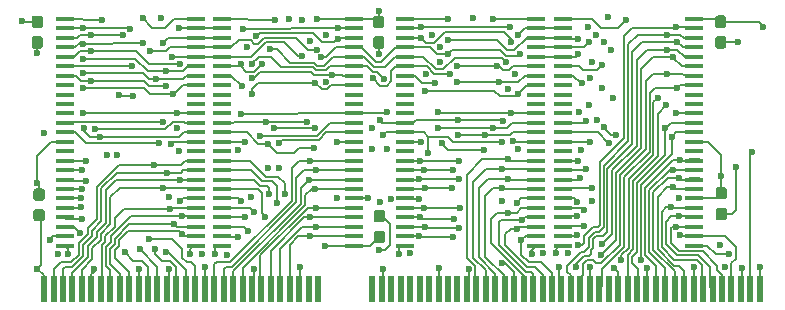
<source format=gbr>
G04 #@! TF.GenerationSoftware,KiCad,Pcbnew,5.1.5*
G04 #@! TF.CreationDate,2020-05-24T12:25:34+08:00*
G04 #@! TF.ProjectId,EDO RAM Stick Recreated,45444f20-5241-44d2-9053-7469636b2052,01*
G04 #@! TF.SameCoordinates,Original*
G04 #@! TF.FileFunction,Copper,L4,Bot*
G04 #@! TF.FilePolarity,Positive*
%FSLAX46Y46*%
G04 Gerber Fmt 4.6, Leading zero omitted, Abs format (unit mm)*
G04 Created by KiCad (PCBNEW 5.1.5) date 2020-05-24 12:25:34*
%MOMM*%
%LPD*%
G04 APERTURE LIST*
%ADD10R,1.500000X0.300000*%
%ADD11R,0.600000X2.300000*%
%ADD12C,0.100000*%
%ADD13C,0.600000*%
%ADD14C,0.203200*%
%ADD15C,0.152400*%
G04 APERTURE END LIST*
D10*
X123352000Y-71931600D03*
X112252000Y-71931600D03*
X123352000Y-71131600D03*
X112252000Y-71131600D03*
X123352000Y-70331600D03*
X112252000Y-70331600D03*
X123352000Y-69531600D03*
X112252000Y-69531600D03*
X123352000Y-68731600D03*
X112252000Y-68731600D03*
X123352000Y-67931600D03*
X112252000Y-67931600D03*
X123352000Y-67131600D03*
X112252000Y-67131600D03*
X123352000Y-66331600D03*
X112252000Y-66331600D03*
X123352000Y-65531600D03*
X112252000Y-65531600D03*
X123352000Y-64731600D03*
X112252000Y-64731600D03*
X123352000Y-63931600D03*
X112252000Y-63931600D03*
X123352000Y-63131600D03*
X112252000Y-63131600D03*
X123352000Y-62331600D03*
X112252000Y-62331600D03*
X123352000Y-61531600D03*
X112252000Y-61531600D03*
X123352000Y-60731600D03*
X112252000Y-60731600D03*
X123352000Y-59931600D03*
X112252000Y-59931600D03*
X123352000Y-59131600D03*
X112252000Y-59131600D03*
X123352000Y-58331600D03*
X112252000Y-58331600D03*
X123352000Y-57531600D03*
X112252000Y-57531600D03*
X123352000Y-56731600D03*
X112252000Y-56731600D03*
X123352000Y-55931600D03*
X112252000Y-55931600D03*
X123352000Y-55131600D03*
X112252000Y-55131600D03*
X123352000Y-54331600D03*
X112252000Y-54331600D03*
X123352000Y-53531600D03*
X112252000Y-53531600D03*
X123352000Y-52731600D03*
X112252000Y-52731600D03*
X109991600Y-71931600D03*
X98891600Y-71931600D03*
X109991600Y-71131600D03*
X98891600Y-71131600D03*
X109991600Y-70331600D03*
X98891600Y-70331600D03*
X109991600Y-69531600D03*
X98891600Y-69531600D03*
X109991600Y-68731600D03*
X98891600Y-68731600D03*
X109991600Y-67931600D03*
X98891600Y-67931600D03*
X109991600Y-67131600D03*
X98891600Y-67131600D03*
X109991600Y-66331600D03*
X98891600Y-66331600D03*
X109991600Y-65531600D03*
X98891600Y-65531600D03*
X109991600Y-64731600D03*
X98891600Y-64731600D03*
X109991600Y-63931600D03*
X98891600Y-63931600D03*
X109991600Y-63131600D03*
X98891600Y-63131600D03*
X109991600Y-62331600D03*
X98891600Y-62331600D03*
X109991600Y-61531600D03*
X98891600Y-61531600D03*
X109991600Y-60731600D03*
X98891600Y-60731600D03*
X109991600Y-59931600D03*
X98891600Y-59931600D03*
X109991600Y-59131600D03*
X98891600Y-59131600D03*
X109991600Y-58331600D03*
X98891600Y-58331600D03*
X109991600Y-57531600D03*
X98891600Y-57531600D03*
X109991600Y-56731600D03*
X98891600Y-56731600D03*
X109991600Y-55931600D03*
X98891600Y-55931600D03*
X109991600Y-55131600D03*
X98891600Y-55131600D03*
X109991600Y-54331600D03*
X98891600Y-54331600D03*
X109991600Y-53531600D03*
X98891600Y-53531600D03*
X109991600Y-52731600D03*
X98891600Y-52731600D03*
X94548400Y-71931600D03*
X83448400Y-71931600D03*
X94548400Y-71131600D03*
X83448400Y-71131600D03*
X94548400Y-70331600D03*
X83448400Y-70331600D03*
X94548400Y-69531600D03*
X83448400Y-69531600D03*
X94548400Y-68731600D03*
X83448400Y-68731600D03*
X94548400Y-67931600D03*
X83448400Y-67931600D03*
X94548400Y-67131600D03*
X83448400Y-67131600D03*
X94548400Y-66331600D03*
X83448400Y-66331600D03*
X94548400Y-65531600D03*
X83448400Y-65531600D03*
X94548400Y-64731600D03*
X83448400Y-64731600D03*
X94548400Y-63931600D03*
X83448400Y-63931600D03*
X94548400Y-63131600D03*
X83448400Y-63131600D03*
X94548400Y-62331600D03*
X83448400Y-62331600D03*
X94548400Y-61531600D03*
X83448400Y-61531600D03*
X94548400Y-60731600D03*
X83448400Y-60731600D03*
X94548400Y-59931600D03*
X83448400Y-59931600D03*
X94548400Y-59131600D03*
X83448400Y-59131600D03*
X94548400Y-58331600D03*
X83448400Y-58331600D03*
X94548400Y-57531600D03*
X83448400Y-57531600D03*
X94548400Y-56731600D03*
X83448400Y-56731600D03*
X94548400Y-55931600D03*
X83448400Y-55931600D03*
X94548400Y-55131600D03*
X83448400Y-55131600D03*
X94548400Y-54331600D03*
X83448400Y-54331600D03*
X94548400Y-53531600D03*
X83448400Y-53531600D03*
X94548400Y-52731600D03*
X83448400Y-52731600D03*
X81188000Y-71931600D03*
X70088000Y-71931600D03*
X81188000Y-71131600D03*
X70088000Y-71131600D03*
X81188000Y-70331600D03*
X70088000Y-70331600D03*
X81188000Y-69531600D03*
X70088000Y-69531600D03*
X81188000Y-68731600D03*
X70088000Y-68731600D03*
X81188000Y-67931600D03*
X70088000Y-67931600D03*
X81188000Y-67131600D03*
X70088000Y-67131600D03*
X81188000Y-66331600D03*
X70088000Y-66331600D03*
X81188000Y-65531600D03*
X70088000Y-65531600D03*
X81188000Y-64731600D03*
X70088000Y-64731600D03*
X81188000Y-63931600D03*
X70088000Y-63931600D03*
X81188000Y-63131600D03*
X70088000Y-63131600D03*
X81188000Y-62331600D03*
X70088000Y-62331600D03*
X81188000Y-61531600D03*
X70088000Y-61531600D03*
X81188000Y-60731600D03*
X70088000Y-60731600D03*
X81188000Y-59931600D03*
X70088000Y-59931600D03*
X81188000Y-59131600D03*
X70088000Y-59131600D03*
X81188000Y-58331600D03*
X70088000Y-58331600D03*
X81188000Y-57531600D03*
X70088000Y-57531600D03*
X81188000Y-56731600D03*
X70088000Y-56731600D03*
X81188000Y-55931600D03*
X70088000Y-55931600D03*
X81188000Y-55131600D03*
X70088000Y-55131600D03*
X81188000Y-54331600D03*
X70088000Y-54331600D03*
X81188000Y-53531600D03*
X70088000Y-53531600D03*
X81188000Y-52731600D03*
X70088000Y-52731600D03*
D11*
X68346699Y-75596599D03*
X69146699Y-75596599D03*
X69946699Y-75596599D03*
X70746699Y-75596599D03*
X71546699Y-75596599D03*
X72346699Y-75596599D03*
X73146699Y-75596599D03*
X73946699Y-75596599D03*
X74746699Y-75596599D03*
X75546699Y-75596599D03*
X76346699Y-75596599D03*
X77146699Y-75596599D03*
X77946699Y-75596599D03*
X78746699Y-75596599D03*
X79546699Y-75596599D03*
X80346699Y-75596599D03*
X81146699Y-75596599D03*
X81946699Y-75596599D03*
X82746699Y-75596599D03*
X83546699Y-75596599D03*
X84346699Y-75596599D03*
X85146699Y-75596599D03*
X85946699Y-75596599D03*
X86746699Y-75596599D03*
X87546699Y-75596599D03*
X88346699Y-75596599D03*
X89146699Y-75596599D03*
X89946699Y-75596599D03*
X90746699Y-75596599D03*
X91546699Y-75596599D03*
X96146699Y-75596599D03*
X96946699Y-75596599D03*
X97746699Y-75596599D03*
X98546699Y-75596599D03*
X99346699Y-75596599D03*
X100146699Y-75596599D03*
X100946699Y-75596599D03*
X101746699Y-75596599D03*
X102546699Y-75596599D03*
X103346699Y-75596599D03*
X104146699Y-75596599D03*
X104946699Y-75596599D03*
X105746699Y-75596599D03*
X106546699Y-75596599D03*
X107346699Y-75596599D03*
X108146699Y-75596599D03*
X108946699Y-75596599D03*
X109746699Y-75596599D03*
X110546699Y-75596599D03*
X111346699Y-75596599D03*
X112146699Y-75596599D03*
X112946699Y-75596599D03*
X113746699Y-75596599D03*
X114546699Y-75596599D03*
X115346699Y-75596599D03*
X116146699Y-75596599D03*
X116946699Y-75596599D03*
X117746699Y-75596599D03*
X118546699Y-75596599D03*
X119346699Y-75596599D03*
X120146699Y-75596599D03*
X120946699Y-75596599D03*
X121746699Y-75596599D03*
X122546699Y-75596599D03*
X123346699Y-75596599D03*
X124146699Y-75596599D03*
X124946699Y-75596599D03*
X125746699Y-75596599D03*
X126546699Y-75596599D03*
X127346699Y-75596599D03*
X128146699Y-75596599D03*
X128946699Y-75596599D03*
G04 #@! TA.AperFunction,SMDPad,CuDef*
D12*
G36*
X68180379Y-68829544D02*
G01*
X68203434Y-68832963D01*
X68226043Y-68838627D01*
X68247987Y-68846479D01*
X68269057Y-68856444D01*
X68289048Y-68868426D01*
X68307768Y-68882310D01*
X68325038Y-68897962D01*
X68340690Y-68915232D01*
X68354574Y-68933952D01*
X68366556Y-68953943D01*
X68376521Y-68975013D01*
X68384373Y-68996957D01*
X68390037Y-69019566D01*
X68393456Y-69042621D01*
X68394600Y-69065900D01*
X68394600Y-69640900D01*
X68393456Y-69664179D01*
X68390037Y-69687234D01*
X68384373Y-69709843D01*
X68376521Y-69731787D01*
X68366556Y-69752857D01*
X68354574Y-69772848D01*
X68340690Y-69791568D01*
X68325038Y-69808838D01*
X68307768Y-69824490D01*
X68289048Y-69838374D01*
X68269057Y-69850356D01*
X68247987Y-69860321D01*
X68226043Y-69868173D01*
X68203434Y-69873837D01*
X68180379Y-69877256D01*
X68157100Y-69878400D01*
X67682100Y-69878400D01*
X67658821Y-69877256D01*
X67635766Y-69873837D01*
X67613157Y-69868173D01*
X67591213Y-69860321D01*
X67570143Y-69850356D01*
X67550152Y-69838374D01*
X67531432Y-69824490D01*
X67514162Y-69808838D01*
X67498510Y-69791568D01*
X67484626Y-69772848D01*
X67472644Y-69752857D01*
X67462679Y-69731787D01*
X67454827Y-69709843D01*
X67449163Y-69687234D01*
X67445744Y-69664179D01*
X67444600Y-69640900D01*
X67444600Y-69065900D01*
X67445744Y-69042621D01*
X67449163Y-69019566D01*
X67454827Y-68996957D01*
X67462679Y-68975013D01*
X67472644Y-68953943D01*
X67484626Y-68933952D01*
X67498510Y-68915232D01*
X67514162Y-68897962D01*
X67531432Y-68882310D01*
X67550152Y-68868426D01*
X67570143Y-68856444D01*
X67591213Y-68846479D01*
X67613157Y-68838627D01*
X67635766Y-68832963D01*
X67658821Y-68829544D01*
X67682100Y-68828400D01*
X68157100Y-68828400D01*
X68180379Y-68829544D01*
G37*
G04 #@! TD.AperFunction*
G04 #@! TA.AperFunction,SMDPad,CuDef*
G36*
X68180379Y-67079544D02*
G01*
X68203434Y-67082963D01*
X68226043Y-67088627D01*
X68247987Y-67096479D01*
X68269057Y-67106444D01*
X68289048Y-67118426D01*
X68307768Y-67132310D01*
X68325038Y-67147962D01*
X68340690Y-67165232D01*
X68354574Y-67183952D01*
X68366556Y-67203943D01*
X68376521Y-67225013D01*
X68384373Y-67246957D01*
X68390037Y-67269566D01*
X68393456Y-67292621D01*
X68394600Y-67315900D01*
X68394600Y-67890900D01*
X68393456Y-67914179D01*
X68390037Y-67937234D01*
X68384373Y-67959843D01*
X68376521Y-67981787D01*
X68366556Y-68002857D01*
X68354574Y-68022848D01*
X68340690Y-68041568D01*
X68325038Y-68058838D01*
X68307768Y-68074490D01*
X68289048Y-68088374D01*
X68269057Y-68100356D01*
X68247987Y-68110321D01*
X68226043Y-68118173D01*
X68203434Y-68123837D01*
X68180379Y-68127256D01*
X68157100Y-68128400D01*
X67682100Y-68128400D01*
X67658821Y-68127256D01*
X67635766Y-68123837D01*
X67613157Y-68118173D01*
X67591213Y-68110321D01*
X67570143Y-68100356D01*
X67550152Y-68088374D01*
X67531432Y-68074490D01*
X67514162Y-68058838D01*
X67498510Y-68041568D01*
X67484626Y-68022848D01*
X67472644Y-68002857D01*
X67462679Y-67981787D01*
X67454827Y-67959843D01*
X67449163Y-67937234D01*
X67445744Y-67914179D01*
X67444600Y-67890900D01*
X67444600Y-67315900D01*
X67445744Y-67292621D01*
X67449163Y-67269566D01*
X67454827Y-67246957D01*
X67462679Y-67225013D01*
X67472644Y-67203943D01*
X67484626Y-67183952D01*
X67498510Y-67165232D01*
X67514162Y-67147962D01*
X67531432Y-67132310D01*
X67550152Y-67118426D01*
X67570143Y-67106444D01*
X67591213Y-67096479D01*
X67613157Y-67088627D01*
X67635766Y-67082963D01*
X67658821Y-67079544D01*
X67682100Y-67078400D01*
X68157100Y-67078400D01*
X68180379Y-67079544D01*
G37*
G04 #@! TD.AperFunction*
G04 #@! TA.AperFunction,SMDPad,CuDef*
G36*
X68027979Y-52449144D02*
G01*
X68051034Y-52452563D01*
X68073643Y-52458227D01*
X68095587Y-52466079D01*
X68116657Y-52476044D01*
X68136648Y-52488026D01*
X68155368Y-52501910D01*
X68172638Y-52517562D01*
X68188290Y-52534832D01*
X68202174Y-52553552D01*
X68214156Y-52573543D01*
X68224121Y-52594613D01*
X68231973Y-52616557D01*
X68237637Y-52639166D01*
X68241056Y-52662221D01*
X68242200Y-52685500D01*
X68242200Y-53260500D01*
X68241056Y-53283779D01*
X68237637Y-53306834D01*
X68231973Y-53329443D01*
X68224121Y-53351387D01*
X68214156Y-53372457D01*
X68202174Y-53392448D01*
X68188290Y-53411168D01*
X68172638Y-53428438D01*
X68155368Y-53444090D01*
X68136648Y-53457974D01*
X68116657Y-53469956D01*
X68095587Y-53479921D01*
X68073643Y-53487773D01*
X68051034Y-53493437D01*
X68027979Y-53496856D01*
X68004700Y-53498000D01*
X67529700Y-53498000D01*
X67506421Y-53496856D01*
X67483366Y-53493437D01*
X67460757Y-53487773D01*
X67438813Y-53479921D01*
X67417743Y-53469956D01*
X67397752Y-53457974D01*
X67379032Y-53444090D01*
X67361762Y-53428438D01*
X67346110Y-53411168D01*
X67332226Y-53392448D01*
X67320244Y-53372457D01*
X67310279Y-53351387D01*
X67302427Y-53329443D01*
X67296763Y-53306834D01*
X67293344Y-53283779D01*
X67292200Y-53260500D01*
X67292200Y-52685500D01*
X67293344Y-52662221D01*
X67296763Y-52639166D01*
X67302427Y-52616557D01*
X67310279Y-52594613D01*
X67320244Y-52573543D01*
X67332226Y-52553552D01*
X67346110Y-52534832D01*
X67361762Y-52517562D01*
X67379032Y-52501910D01*
X67397752Y-52488026D01*
X67417743Y-52476044D01*
X67438813Y-52466079D01*
X67460757Y-52458227D01*
X67483366Y-52452563D01*
X67506421Y-52449144D01*
X67529700Y-52448000D01*
X68004700Y-52448000D01*
X68027979Y-52449144D01*
G37*
G04 #@! TD.AperFunction*
G04 #@! TA.AperFunction,SMDPad,CuDef*
G36*
X68027979Y-54199144D02*
G01*
X68051034Y-54202563D01*
X68073643Y-54208227D01*
X68095587Y-54216079D01*
X68116657Y-54226044D01*
X68136648Y-54238026D01*
X68155368Y-54251910D01*
X68172638Y-54267562D01*
X68188290Y-54284832D01*
X68202174Y-54303552D01*
X68214156Y-54323543D01*
X68224121Y-54344613D01*
X68231973Y-54366557D01*
X68237637Y-54389166D01*
X68241056Y-54412221D01*
X68242200Y-54435500D01*
X68242200Y-55010500D01*
X68241056Y-55033779D01*
X68237637Y-55056834D01*
X68231973Y-55079443D01*
X68224121Y-55101387D01*
X68214156Y-55122457D01*
X68202174Y-55142448D01*
X68188290Y-55161168D01*
X68172638Y-55178438D01*
X68155368Y-55194090D01*
X68136648Y-55207974D01*
X68116657Y-55219956D01*
X68095587Y-55229921D01*
X68073643Y-55237773D01*
X68051034Y-55243437D01*
X68027979Y-55246856D01*
X68004700Y-55248000D01*
X67529700Y-55248000D01*
X67506421Y-55246856D01*
X67483366Y-55243437D01*
X67460757Y-55237773D01*
X67438813Y-55229921D01*
X67417743Y-55219956D01*
X67397752Y-55207974D01*
X67379032Y-55194090D01*
X67361762Y-55178438D01*
X67346110Y-55161168D01*
X67332226Y-55142448D01*
X67320244Y-55122457D01*
X67310279Y-55101387D01*
X67302427Y-55079443D01*
X67296763Y-55056834D01*
X67293344Y-55033779D01*
X67292200Y-55010500D01*
X67292200Y-54435500D01*
X67293344Y-54412221D01*
X67296763Y-54389166D01*
X67302427Y-54366557D01*
X67310279Y-54344613D01*
X67320244Y-54323543D01*
X67332226Y-54303552D01*
X67346110Y-54284832D01*
X67361762Y-54267562D01*
X67379032Y-54251910D01*
X67397752Y-54238026D01*
X67417743Y-54226044D01*
X67438813Y-54216079D01*
X67460757Y-54208227D01*
X67483366Y-54202563D01*
X67506421Y-54199144D01*
X67529700Y-54198000D01*
X68004700Y-54198000D01*
X68027979Y-54199144D01*
G37*
G04 #@! TD.AperFunction*
G04 #@! TA.AperFunction,SMDPad,CuDef*
G36*
X96983979Y-70658344D02*
G01*
X97007034Y-70661763D01*
X97029643Y-70667427D01*
X97051587Y-70675279D01*
X97072657Y-70685244D01*
X97092648Y-70697226D01*
X97111368Y-70711110D01*
X97128638Y-70726762D01*
X97144290Y-70744032D01*
X97158174Y-70762752D01*
X97170156Y-70782743D01*
X97180121Y-70803813D01*
X97187973Y-70825757D01*
X97193637Y-70848366D01*
X97197056Y-70871421D01*
X97198200Y-70894700D01*
X97198200Y-71469700D01*
X97197056Y-71492979D01*
X97193637Y-71516034D01*
X97187973Y-71538643D01*
X97180121Y-71560587D01*
X97170156Y-71581657D01*
X97158174Y-71601648D01*
X97144290Y-71620368D01*
X97128638Y-71637638D01*
X97111368Y-71653290D01*
X97092648Y-71667174D01*
X97072657Y-71679156D01*
X97051587Y-71689121D01*
X97029643Y-71696973D01*
X97007034Y-71702637D01*
X96983979Y-71706056D01*
X96960700Y-71707200D01*
X96485700Y-71707200D01*
X96462421Y-71706056D01*
X96439366Y-71702637D01*
X96416757Y-71696973D01*
X96394813Y-71689121D01*
X96373743Y-71679156D01*
X96353752Y-71667174D01*
X96335032Y-71653290D01*
X96317762Y-71637638D01*
X96302110Y-71620368D01*
X96288226Y-71601648D01*
X96276244Y-71581657D01*
X96266279Y-71560587D01*
X96258427Y-71538643D01*
X96252763Y-71516034D01*
X96249344Y-71492979D01*
X96248200Y-71469700D01*
X96248200Y-70894700D01*
X96249344Y-70871421D01*
X96252763Y-70848366D01*
X96258427Y-70825757D01*
X96266279Y-70803813D01*
X96276244Y-70782743D01*
X96288226Y-70762752D01*
X96302110Y-70744032D01*
X96317762Y-70726762D01*
X96335032Y-70711110D01*
X96353752Y-70697226D01*
X96373743Y-70685244D01*
X96394813Y-70675279D01*
X96416757Y-70667427D01*
X96439366Y-70661763D01*
X96462421Y-70658344D01*
X96485700Y-70657200D01*
X96960700Y-70657200D01*
X96983979Y-70658344D01*
G37*
G04 #@! TD.AperFunction*
G04 #@! TA.AperFunction,SMDPad,CuDef*
G36*
X96983979Y-68908344D02*
G01*
X97007034Y-68911763D01*
X97029643Y-68917427D01*
X97051587Y-68925279D01*
X97072657Y-68935244D01*
X97092648Y-68947226D01*
X97111368Y-68961110D01*
X97128638Y-68976762D01*
X97144290Y-68994032D01*
X97158174Y-69012752D01*
X97170156Y-69032743D01*
X97180121Y-69053813D01*
X97187973Y-69075757D01*
X97193637Y-69098366D01*
X97197056Y-69121421D01*
X97198200Y-69144700D01*
X97198200Y-69719700D01*
X97197056Y-69742979D01*
X97193637Y-69766034D01*
X97187973Y-69788643D01*
X97180121Y-69810587D01*
X97170156Y-69831657D01*
X97158174Y-69851648D01*
X97144290Y-69870368D01*
X97128638Y-69887638D01*
X97111368Y-69903290D01*
X97092648Y-69917174D01*
X97072657Y-69929156D01*
X97051587Y-69939121D01*
X97029643Y-69946973D01*
X97007034Y-69952637D01*
X96983979Y-69956056D01*
X96960700Y-69957200D01*
X96485700Y-69957200D01*
X96462421Y-69956056D01*
X96439366Y-69952637D01*
X96416757Y-69946973D01*
X96394813Y-69939121D01*
X96373743Y-69929156D01*
X96353752Y-69917174D01*
X96335032Y-69903290D01*
X96317762Y-69887638D01*
X96302110Y-69870368D01*
X96288226Y-69851648D01*
X96276244Y-69831657D01*
X96266279Y-69810587D01*
X96258427Y-69788643D01*
X96252763Y-69766034D01*
X96249344Y-69742979D01*
X96248200Y-69719700D01*
X96248200Y-69144700D01*
X96249344Y-69121421D01*
X96252763Y-69098366D01*
X96258427Y-69075757D01*
X96266279Y-69053813D01*
X96276244Y-69032743D01*
X96288226Y-69012752D01*
X96302110Y-68994032D01*
X96317762Y-68976762D01*
X96335032Y-68961110D01*
X96353752Y-68947226D01*
X96373743Y-68935244D01*
X96394813Y-68925279D01*
X96416757Y-68917427D01*
X96439366Y-68911763D01*
X96462421Y-68908344D01*
X96485700Y-68907200D01*
X96960700Y-68907200D01*
X96983979Y-68908344D01*
G37*
G04 #@! TD.AperFunction*
G04 #@! TA.AperFunction,SMDPad,CuDef*
G36*
X96933179Y-52449144D02*
G01*
X96956234Y-52452563D01*
X96978843Y-52458227D01*
X97000787Y-52466079D01*
X97021857Y-52476044D01*
X97041848Y-52488026D01*
X97060568Y-52501910D01*
X97077838Y-52517562D01*
X97093490Y-52534832D01*
X97107374Y-52553552D01*
X97119356Y-52573543D01*
X97129321Y-52594613D01*
X97137173Y-52616557D01*
X97142837Y-52639166D01*
X97146256Y-52662221D01*
X97147400Y-52685500D01*
X97147400Y-53260500D01*
X97146256Y-53283779D01*
X97142837Y-53306834D01*
X97137173Y-53329443D01*
X97129321Y-53351387D01*
X97119356Y-53372457D01*
X97107374Y-53392448D01*
X97093490Y-53411168D01*
X97077838Y-53428438D01*
X97060568Y-53444090D01*
X97041848Y-53457974D01*
X97021857Y-53469956D01*
X97000787Y-53479921D01*
X96978843Y-53487773D01*
X96956234Y-53493437D01*
X96933179Y-53496856D01*
X96909900Y-53498000D01*
X96434900Y-53498000D01*
X96411621Y-53496856D01*
X96388566Y-53493437D01*
X96365957Y-53487773D01*
X96344013Y-53479921D01*
X96322943Y-53469956D01*
X96302952Y-53457974D01*
X96284232Y-53444090D01*
X96266962Y-53428438D01*
X96251310Y-53411168D01*
X96237426Y-53392448D01*
X96225444Y-53372457D01*
X96215479Y-53351387D01*
X96207627Y-53329443D01*
X96201963Y-53306834D01*
X96198544Y-53283779D01*
X96197400Y-53260500D01*
X96197400Y-52685500D01*
X96198544Y-52662221D01*
X96201963Y-52639166D01*
X96207627Y-52616557D01*
X96215479Y-52594613D01*
X96225444Y-52573543D01*
X96237426Y-52553552D01*
X96251310Y-52534832D01*
X96266962Y-52517562D01*
X96284232Y-52501910D01*
X96302952Y-52488026D01*
X96322943Y-52476044D01*
X96344013Y-52466079D01*
X96365957Y-52458227D01*
X96388566Y-52452563D01*
X96411621Y-52449144D01*
X96434900Y-52448000D01*
X96909900Y-52448000D01*
X96933179Y-52449144D01*
G37*
G04 #@! TD.AperFunction*
G04 #@! TA.AperFunction,SMDPad,CuDef*
G36*
X96933179Y-54199144D02*
G01*
X96956234Y-54202563D01*
X96978843Y-54208227D01*
X97000787Y-54216079D01*
X97021857Y-54226044D01*
X97041848Y-54238026D01*
X97060568Y-54251910D01*
X97077838Y-54267562D01*
X97093490Y-54284832D01*
X97107374Y-54303552D01*
X97119356Y-54323543D01*
X97129321Y-54344613D01*
X97137173Y-54366557D01*
X97142837Y-54389166D01*
X97146256Y-54412221D01*
X97147400Y-54435500D01*
X97147400Y-55010500D01*
X97146256Y-55033779D01*
X97142837Y-55056834D01*
X97137173Y-55079443D01*
X97129321Y-55101387D01*
X97119356Y-55122457D01*
X97107374Y-55142448D01*
X97093490Y-55161168D01*
X97077838Y-55178438D01*
X97060568Y-55194090D01*
X97041848Y-55207974D01*
X97021857Y-55219956D01*
X97000787Y-55229921D01*
X96978843Y-55237773D01*
X96956234Y-55243437D01*
X96933179Y-55246856D01*
X96909900Y-55248000D01*
X96434900Y-55248000D01*
X96411621Y-55246856D01*
X96388566Y-55243437D01*
X96365957Y-55237773D01*
X96344013Y-55229921D01*
X96322943Y-55219956D01*
X96302952Y-55207974D01*
X96284232Y-55194090D01*
X96266962Y-55178438D01*
X96251310Y-55161168D01*
X96237426Y-55142448D01*
X96225444Y-55122457D01*
X96215479Y-55101387D01*
X96207627Y-55079443D01*
X96201963Y-55056834D01*
X96198544Y-55033779D01*
X96197400Y-55010500D01*
X96197400Y-54435500D01*
X96198544Y-54412221D01*
X96201963Y-54389166D01*
X96207627Y-54366557D01*
X96215479Y-54344613D01*
X96225444Y-54323543D01*
X96237426Y-54303552D01*
X96251310Y-54284832D01*
X96266962Y-54267562D01*
X96284232Y-54251910D01*
X96302952Y-54238026D01*
X96322943Y-54226044D01*
X96344013Y-54216079D01*
X96365957Y-54208227D01*
X96388566Y-54202563D01*
X96411621Y-54199144D01*
X96434900Y-54198000D01*
X96909900Y-54198000D01*
X96933179Y-54199144D01*
G37*
G04 #@! TD.AperFunction*
G04 #@! TA.AperFunction,SMDPad,CuDef*
G36*
X125939979Y-66966544D02*
G01*
X125963034Y-66969963D01*
X125985643Y-66975627D01*
X126007587Y-66983479D01*
X126028657Y-66993444D01*
X126048648Y-67005426D01*
X126067368Y-67019310D01*
X126084638Y-67034962D01*
X126100290Y-67052232D01*
X126114174Y-67070952D01*
X126126156Y-67090943D01*
X126136121Y-67112013D01*
X126143973Y-67133957D01*
X126149637Y-67156566D01*
X126153056Y-67179621D01*
X126154200Y-67202900D01*
X126154200Y-67777900D01*
X126153056Y-67801179D01*
X126149637Y-67824234D01*
X126143973Y-67846843D01*
X126136121Y-67868787D01*
X126126156Y-67889857D01*
X126114174Y-67909848D01*
X126100290Y-67928568D01*
X126084638Y-67945838D01*
X126067368Y-67961490D01*
X126048648Y-67975374D01*
X126028657Y-67987356D01*
X126007587Y-67997321D01*
X125985643Y-68005173D01*
X125963034Y-68010837D01*
X125939979Y-68014256D01*
X125916700Y-68015400D01*
X125441700Y-68015400D01*
X125418421Y-68014256D01*
X125395366Y-68010837D01*
X125372757Y-68005173D01*
X125350813Y-67997321D01*
X125329743Y-67987356D01*
X125309752Y-67975374D01*
X125291032Y-67961490D01*
X125273762Y-67945838D01*
X125258110Y-67928568D01*
X125244226Y-67909848D01*
X125232244Y-67889857D01*
X125222279Y-67868787D01*
X125214427Y-67846843D01*
X125208763Y-67824234D01*
X125205344Y-67801179D01*
X125204200Y-67777900D01*
X125204200Y-67202900D01*
X125205344Y-67179621D01*
X125208763Y-67156566D01*
X125214427Y-67133957D01*
X125222279Y-67112013D01*
X125232244Y-67090943D01*
X125244226Y-67070952D01*
X125258110Y-67052232D01*
X125273762Y-67034962D01*
X125291032Y-67019310D01*
X125309752Y-67005426D01*
X125329743Y-66993444D01*
X125350813Y-66983479D01*
X125372757Y-66975627D01*
X125395366Y-66969963D01*
X125418421Y-66966544D01*
X125441700Y-66965400D01*
X125916700Y-66965400D01*
X125939979Y-66966544D01*
G37*
G04 #@! TD.AperFunction*
G04 #@! TA.AperFunction,SMDPad,CuDef*
G36*
X125939979Y-68716544D02*
G01*
X125963034Y-68719963D01*
X125985643Y-68725627D01*
X126007587Y-68733479D01*
X126028657Y-68743444D01*
X126048648Y-68755426D01*
X126067368Y-68769310D01*
X126084638Y-68784962D01*
X126100290Y-68802232D01*
X126114174Y-68820952D01*
X126126156Y-68840943D01*
X126136121Y-68862013D01*
X126143973Y-68883957D01*
X126149637Y-68906566D01*
X126153056Y-68929621D01*
X126154200Y-68952900D01*
X126154200Y-69527900D01*
X126153056Y-69551179D01*
X126149637Y-69574234D01*
X126143973Y-69596843D01*
X126136121Y-69618787D01*
X126126156Y-69639857D01*
X126114174Y-69659848D01*
X126100290Y-69678568D01*
X126084638Y-69695838D01*
X126067368Y-69711490D01*
X126048648Y-69725374D01*
X126028657Y-69737356D01*
X126007587Y-69747321D01*
X125985643Y-69755173D01*
X125963034Y-69760837D01*
X125939979Y-69764256D01*
X125916700Y-69765400D01*
X125441700Y-69765400D01*
X125418421Y-69764256D01*
X125395366Y-69760837D01*
X125372757Y-69755173D01*
X125350813Y-69747321D01*
X125329743Y-69737356D01*
X125309752Y-69725374D01*
X125291032Y-69711490D01*
X125273762Y-69695838D01*
X125258110Y-69678568D01*
X125244226Y-69659848D01*
X125232244Y-69639857D01*
X125222279Y-69618787D01*
X125214427Y-69596843D01*
X125208763Y-69574234D01*
X125205344Y-69551179D01*
X125204200Y-69527900D01*
X125204200Y-68952900D01*
X125205344Y-68929621D01*
X125208763Y-68906566D01*
X125214427Y-68883957D01*
X125222279Y-68862013D01*
X125232244Y-68840943D01*
X125244226Y-68820952D01*
X125258110Y-68802232D01*
X125273762Y-68784962D01*
X125291032Y-68769310D01*
X125309752Y-68755426D01*
X125329743Y-68743444D01*
X125350813Y-68733479D01*
X125372757Y-68725627D01*
X125395366Y-68719963D01*
X125418421Y-68716544D01*
X125441700Y-68715400D01*
X125916700Y-68715400D01*
X125939979Y-68716544D01*
G37*
G04 #@! TD.AperFunction*
G04 #@! TA.AperFunction,SMDPad,CuDef*
G36*
X125889179Y-52437744D02*
G01*
X125912234Y-52441163D01*
X125934843Y-52446827D01*
X125956787Y-52454679D01*
X125977857Y-52464644D01*
X125997848Y-52476626D01*
X126016568Y-52490510D01*
X126033838Y-52506162D01*
X126049490Y-52523432D01*
X126063374Y-52542152D01*
X126075356Y-52562143D01*
X126085321Y-52583213D01*
X126093173Y-52605157D01*
X126098837Y-52627766D01*
X126102256Y-52650821D01*
X126103400Y-52674100D01*
X126103400Y-53249100D01*
X126102256Y-53272379D01*
X126098837Y-53295434D01*
X126093173Y-53318043D01*
X126085321Y-53339987D01*
X126075356Y-53361057D01*
X126063374Y-53381048D01*
X126049490Y-53399768D01*
X126033838Y-53417038D01*
X126016568Y-53432690D01*
X125997848Y-53446574D01*
X125977857Y-53458556D01*
X125956787Y-53468521D01*
X125934843Y-53476373D01*
X125912234Y-53482037D01*
X125889179Y-53485456D01*
X125865900Y-53486600D01*
X125390900Y-53486600D01*
X125367621Y-53485456D01*
X125344566Y-53482037D01*
X125321957Y-53476373D01*
X125300013Y-53468521D01*
X125278943Y-53458556D01*
X125258952Y-53446574D01*
X125240232Y-53432690D01*
X125222962Y-53417038D01*
X125207310Y-53399768D01*
X125193426Y-53381048D01*
X125181444Y-53361057D01*
X125171479Y-53339987D01*
X125163627Y-53318043D01*
X125157963Y-53295434D01*
X125154544Y-53272379D01*
X125153400Y-53249100D01*
X125153400Y-52674100D01*
X125154544Y-52650821D01*
X125157963Y-52627766D01*
X125163627Y-52605157D01*
X125171479Y-52583213D01*
X125181444Y-52562143D01*
X125193426Y-52542152D01*
X125207310Y-52523432D01*
X125222962Y-52506162D01*
X125240232Y-52490510D01*
X125258952Y-52476626D01*
X125278943Y-52464644D01*
X125300013Y-52454679D01*
X125321957Y-52446827D01*
X125344566Y-52441163D01*
X125367621Y-52437744D01*
X125390900Y-52436600D01*
X125865900Y-52436600D01*
X125889179Y-52437744D01*
G37*
G04 #@! TD.AperFunction*
G04 #@! TA.AperFunction,SMDPad,CuDef*
G36*
X125889179Y-54187744D02*
G01*
X125912234Y-54191163D01*
X125934843Y-54196827D01*
X125956787Y-54204679D01*
X125977857Y-54214644D01*
X125997848Y-54226626D01*
X126016568Y-54240510D01*
X126033838Y-54256162D01*
X126049490Y-54273432D01*
X126063374Y-54292152D01*
X126075356Y-54312143D01*
X126085321Y-54333213D01*
X126093173Y-54355157D01*
X126098837Y-54377766D01*
X126102256Y-54400821D01*
X126103400Y-54424100D01*
X126103400Y-54999100D01*
X126102256Y-55022379D01*
X126098837Y-55045434D01*
X126093173Y-55068043D01*
X126085321Y-55089987D01*
X126075356Y-55111057D01*
X126063374Y-55131048D01*
X126049490Y-55149768D01*
X126033838Y-55167038D01*
X126016568Y-55182690D01*
X125997848Y-55196574D01*
X125977857Y-55208556D01*
X125956787Y-55218521D01*
X125934843Y-55226373D01*
X125912234Y-55232037D01*
X125889179Y-55235456D01*
X125865900Y-55236600D01*
X125390900Y-55236600D01*
X125367621Y-55235456D01*
X125344566Y-55232037D01*
X125321957Y-55226373D01*
X125300013Y-55218521D01*
X125278943Y-55208556D01*
X125258952Y-55196574D01*
X125240232Y-55182690D01*
X125222962Y-55167038D01*
X125207310Y-55149768D01*
X125193426Y-55131048D01*
X125181444Y-55111057D01*
X125171479Y-55089987D01*
X125163627Y-55068043D01*
X125157963Y-55045434D01*
X125154544Y-55022379D01*
X125153400Y-54999100D01*
X125153400Y-54424100D01*
X125154544Y-54400821D01*
X125157963Y-54377766D01*
X125163627Y-54355157D01*
X125171479Y-54333213D01*
X125181444Y-54312143D01*
X125193426Y-54292152D01*
X125207310Y-54273432D01*
X125222962Y-54256162D01*
X125240232Y-54240510D01*
X125258952Y-54226626D01*
X125278943Y-54214644D01*
X125300013Y-54204679D01*
X125321957Y-54196827D01*
X125344566Y-54191163D01*
X125367621Y-54187744D01*
X125390900Y-54186600D01*
X125865900Y-54186600D01*
X125889179Y-54187744D01*
G37*
G04 #@! TD.AperFunction*
D13*
X104292400Y-73914000D03*
X97078800Y-73914000D03*
X86106000Y-73863200D03*
X78892400Y-73914000D03*
X110591600Y-72542400D03*
X85953600Y-56540400D03*
X67767200Y-73863200D03*
X68376800Y-62382400D03*
X66497200Y-52933600D03*
X79095600Y-63296800D03*
X89052400Y-52730400D03*
X92151200Y-71932800D03*
X91490800Y-52730400D03*
X84785200Y-63804800D03*
X90017600Y-73761600D03*
X85852000Y-67818000D03*
X96774000Y-68224400D03*
X97383600Y-63703200D03*
X97688400Y-67970400D03*
X108356400Y-68275200D03*
X106375200Y-52730400D03*
X93116400Y-63144400D03*
X79857600Y-68173600D03*
X76708000Y-52679600D03*
X114757200Y-68173600D03*
X113792000Y-63804800D03*
X116128800Y-52527200D03*
X129235200Y-53390800D03*
X127431800Y-73787000D03*
X125679200Y-65989200D03*
X108051600Y-63042800D03*
X96672400Y-52019200D03*
X126339600Y-72644000D03*
X95746000Y-67931600D03*
X69545200Y-72644000D03*
X83870800Y-72745600D03*
X99364800Y-72542400D03*
X112725200Y-72542400D03*
X109626400Y-72593200D03*
X80721200Y-72644000D03*
X119430800Y-73812400D03*
X114554000Y-73761600D03*
X107137200Y-73406000D03*
X101803200Y-73812400D03*
X81991200Y-73761600D03*
X76403200Y-73914000D03*
X67767200Y-66598800D03*
X67716400Y-55626000D03*
X78232000Y-52679600D03*
X79806800Y-63906400D03*
X78943200Y-67818000D03*
X90220800Y-52781200D03*
X85344000Y-63144400D03*
X84988400Y-68122800D03*
X96723200Y-55727600D03*
X102565200Y-52730400D03*
X93167200Y-67868800D03*
X96723200Y-72288400D03*
X96113600Y-63754000D03*
X104698800Y-52679600D03*
X108458000Y-63754000D03*
X107137200Y-68173600D03*
X100126800Y-67970400D03*
X100228400Y-63144400D03*
X73253600Y-52781200D03*
X127101600Y-54660800D03*
X122123200Y-67868800D03*
X125578800Y-71830000D03*
X114554000Y-63144400D03*
X126898400Y-65278000D03*
X117652800Y-52781200D03*
X87884000Y-52781200D03*
X113487200Y-68224400D03*
X81737200Y-72593200D03*
X111709200Y-72542400D03*
X98399600Y-72644000D03*
X82854800Y-72644000D03*
X70408800Y-72593200D03*
X72542400Y-73914000D03*
X116636800Y-73812400D03*
X123342400Y-73761600D03*
X128981200Y-73761600D03*
X111963200Y-73761600D03*
X71475600Y-67868800D03*
X68815600Y-71406400D03*
X80010000Y-70916800D03*
X71424800Y-70866000D03*
X79349600Y-70104000D03*
X71577200Y-69646800D03*
X80010000Y-69392800D03*
X71476400Y-68680800D03*
X79044800Y-68783200D03*
X71526400Y-67106800D03*
X78435200Y-67005200D03*
X71907400Y-66421000D03*
X79870800Y-66331600D03*
X71577200Y-65481200D03*
X78790800Y-65735200D03*
X71882000Y-64719200D03*
X77673200Y-65074800D03*
X71729600Y-61976000D03*
X73101200Y-62687200D03*
X75184000Y-72491600D03*
X72644000Y-62077600D03*
X73660000Y-64262000D03*
X88239600Y-63246000D03*
X88239600Y-65379600D03*
X76454000Y-72186800D03*
X86664800Y-62636400D03*
X87274400Y-65379600D03*
X74523600Y-64211200D03*
X78638400Y-58420000D03*
X72313800Y-57988200D03*
X85090000Y-58420000D03*
X101447600Y-58166000D03*
X107645200Y-58623200D03*
X113893600Y-58166000D03*
X92202000Y-58064400D03*
X77343000Y-55448200D03*
X78689200Y-72440800D03*
X75793600Y-56692800D03*
X77724000Y-72186800D03*
X78384400Y-54762400D03*
X74676000Y-59182000D03*
X79171800Y-55956200D03*
X75895200Y-59232800D03*
X77266800Y-71323200D03*
X79767600Y-53480800D03*
X78079600Y-63246000D03*
X79603600Y-61976000D03*
X78384400Y-61417200D03*
X71653600Y-60680800D03*
X79578000Y-60680800D03*
X71678800Y-53492400D03*
X72339200Y-54102000D03*
X71678800Y-54813200D03*
X91490800Y-55321200D03*
X101904800Y-55067200D03*
X115773200Y-54660800D03*
X121970800Y-54660800D03*
X86817200Y-56540400D03*
X84988400Y-56540400D03*
X96215200Y-57759600D03*
X102717600Y-57404000D03*
X108229400Y-57378600D03*
X115570000Y-56642000D03*
X90830400Y-54610000D03*
X102565200Y-54508400D03*
X115062000Y-54051200D03*
X121107200Y-54051200D03*
X90220800Y-55829200D03*
X101854000Y-56337200D03*
X116382800Y-55321200D03*
X121107200Y-55321200D03*
X92202000Y-54051200D03*
X101193600Y-54051200D03*
X108508800Y-54051200D03*
X114401600Y-53390800D03*
X121886674Y-53424126D03*
X84785200Y-71170800D03*
X90881200Y-64719200D03*
X85598000Y-70662800D03*
X91389600Y-65531600D03*
X85344000Y-69494400D03*
X90792800Y-66331600D03*
X86156800Y-69088000D03*
X91313600Y-67131600D03*
X87071200Y-69494400D03*
X91389200Y-68732400D03*
X87426800Y-67513200D03*
X90844000Y-69531600D03*
X88087200Y-68275200D03*
X91364800Y-70331600D03*
X88747600Y-67564000D03*
X90818800Y-71131600D03*
X91236800Y-63652400D03*
X87325200Y-63296800D03*
X97028000Y-62585600D03*
X100888800Y-64058800D03*
X107137200Y-63144400D03*
X116179600Y-63195200D03*
X91287600Y-61976000D03*
X96113600Y-61976000D03*
X102057200Y-63195200D03*
X105613200Y-63804800D03*
X87782400Y-61976000D03*
X115163600Y-61264800D03*
X90627200Y-61417200D03*
X87172800Y-61417200D03*
X103378000Y-61315600D03*
X107238800Y-61366400D03*
X96774000Y-61315600D03*
X114198400Y-61366400D03*
X85039200Y-60756800D03*
X97383600Y-60604400D03*
X101676000Y-60630000D03*
X107873600Y-60731600D03*
X121869200Y-60655200D03*
X113610118Y-60633882D03*
X100076000Y-71120000D03*
X102971600Y-71170800D03*
X108762800Y-71475600D03*
X100584000Y-70358000D03*
X103479600Y-70408800D03*
X108407200Y-70510400D03*
X100177600Y-69494400D03*
X103022400Y-69646800D03*
X108813600Y-69748400D03*
X100533200Y-68732400D03*
X103530400Y-68732400D03*
X107594400Y-69138800D03*
X100584000Y-67005200D03*
X102920800Y-67056000D03*
X107086400Y-67005200D03*
X100126800Y-66243200D03*
X103479600Y-66294000D03*
X107594400Y-66294000D03*
X100533200Y-65532000D03*
X102971600Y-65532000D03*
X107086800Y-65430000D03*
X100177600Y-64719200D03*
X103479600Y-64770000D03*
X107594400Y-64617600D03*
X85191600Y-53543200D03*
X93208061Y-53533261D03*
X100228400Y-53441600D03*
X107797600Y-53441600D03*
X75641200Y-53594000D03*
X113538000Y-71882000D03*
X86309200Y-54203600D03*
X93191900Y-54431500D03*
X100228400Y-54305200D03*
X107848400Y-54711600D03*
X75031600Y-54102000D03*
X113588800Y-54406800D03*
X85547200Y-55118000D03*
X91795600Y-55981600D03*
X102565200Y-55727600D03*
X108661200Y-55727600D03*
X76708000Y-54762400D03*
X114452400Y-54711600D03*
X72339200Y-55422800D03*
X87477600Y-55270400D03*
X107442000Y-56388000D03*
X79857600Y-56540400D03*
X113588800Y-55727600D03*
X113385600Y-73761600D03*
X115620800Y-71780400D03*
X71662800Y-58607200D03*
X85953600Y-59080400D03*
X91287600Y-58115200D03*
X100634800Y-58826400D03*
X108432600Y-59105800D03*
X79298800Y-59080400D03*
X121920000Y-58572400D03*
X115544600Y-58597800D03*
X71628000Y-56083200D03*
X97129600Y-57810400D03*
X103327200Y-56743600D03*
X106730800Y-56743600D03*
X121615200Y-55930800D03*
X114757200Y-56388000D03*
X78638400Y-57150000D03*
X115468400Y-72745600D03*
X71628000Y-57302400D03*
X85953600Y-57759600D03*
X92710000Y-57454800D03*
X103327200Y-58064400D03*
X100710400Y-57430000D03*
X106883200Y-58064400D03*
X77825600Y-57810400D03*
X121056400Y-57353200D03*
X114554000Y-57708800D03*
X103378000Y-62585600D03*
X105664000Y-62585600D03*
X117195600Y-73101200D03*
X120294400Y-59385200D03*
X116484400Y-59385200D03*
X101701600Y-61976000D03*
X106324400Y-61976000D03*
X121005600Y-60045600D03*
X114452400Y-60045600D03*
X115773200Y-61874400D03*
X116789200Y-62585600D03*
X118872000Y-73152000D03*
X121513600Y-62687200D03*
X120954800Y-61925200D03*
X113424800Y-71030000D03*
X122162400Y-71030000D03*
X114021600Y-70230000D03*
X121818400Y-70358000D03*
X113450000Y-69430000D03*
X122072400Y-69443600D03*
X114046000Y-68884800D03*
X121462800Y-68681600D03*
X114732400Y-67030000D03*
X121564400Y-66954400D03*
X113703600Y-66230000D03*
X122072400Y-66192400D03*
X114249600Y-65430000D03*
X121615200Y-65481200D03*
X113588800Y-64719200D03*
X125984000Y-73761600D03*
X122174000Y-64668400D03*
X128270000Y-63957200D03*
D14*
X81188000Y-63131600D02*
X79260800Y-63131600D01*
X79260800Y-63131600D02*
X79095600Y-63296800D01*
X79095600Y-63296800D02*
X79095600Y-63296800D01*
X94548400Y-71931600D02*
X92151200Y-71932800D01*
X92151200Y-71932800D02*
X92152400Y-71931600D01*
X96431000Y-52731600D02*
X96672400Y-52973000D01*
X94548400Y-52731600D02*
X96431000Y-52731600D01*
X94548400Y-52731600D02*
X91490800Y-52730400D01*
X91490800Y-52730400D02*
X91492000Y-52731600D01*
X109991600Y-67931600D02*
X108700000Y-67931600D01*
X108700000Y-67931600D02*
X108356400Y-68275200D01*
X108356400Y-68275200D02*
X108356400Y-68275200D01*
X109991600Y-52731600D02*
X106375200Y-52730400D01*
X106375200Y-52730400D02*
X106376400Y-52731600D01*
X94548400Y-63131600D02*
X93116400Y-63144400D01*
X93116400Y-63144400D02*
X93103600Y-63131600D01*
X81188000Y-67931600D02*
X80099600Y-67931600D01*
X80099600Y-67931600D02*
X79857600Y-68173600D01*
X79857600Y-68173600D02*
X79857600Y-68173600D01*
X68346699Y-74442699D02*
X67767200Y-73863200D01*
X68346699Y-75596599D02*
X68346699Y-74442699D01*
X81188000Y-52731600D02*
X79348400Y-52731600D01*
X79348400Y-52731600D02*
X78587600Y-53492400D01*
X78587600Y-53492400D02*
X77520800Y-53492400D01*
X77520800Y-53492400D02*
X76708000Y-52679600D01*
X76708000Y-52679600D02*
X76708000Y-52679600D01*
X108051600Y-63068000D02*
X108115200Y-63131600D01*
X108051600Y-63042800D02*
X108051600Y-63068000D01*
X108140400Y-63131600D02*
X108051600Y-63042800D01*
X109991600Y-63131600D02*
X108140400Y-63131600D01*
X96672400Y-52019200D02*
X96672400Y-52973000D01*
X125238000Y-67931600D02*
X125679200Y-67490400D01*
X123352000Y-67931600D02*
X125238000Y-67931600D01*
X125679200Y-67490400D02*
X125679200Y-65989200D01*
X123352000Y-63131600D02*
X124548800Y-63131600D01*
X125679200Y-64262000D02*
X125679200Y-65989200D01*
X124548800Y-63131600D02*
X125679200Y-64262000D01*
X123352000Y-71931600D02*
X124509600Y-71931600D01*
X124509600Y-71931600D02*
X125222000Y-72644000D01*
X125222000Y-72644000D02*
X126339600Y-72644000D01*
X126339600Y-72644000D02*
X126339600Y-72644000D01*
X125398400Y-52731600D02*
X125628400Y-52961600D01*
X123352000Y-52731600D02*
X125398400Y-52731600D01*
X129235200Y-53390800D02*
X129235200Y-53340000D01*
X128856800Y-52961600D02*
X125628400Y-52961600D01*
X129235200Y-53340000D02*
X128856800Y-52961600D01*
X94548400Y-67931600D02*
X95746000Y-67931600D01*
X95746000Y-67931600D02*
X95746000Y-67931600D01*
X109991600Y-71931600D02*
X109983200Y-71931600D01*
X109983200Y-71931600D02*
X109575600Y-72339200D01*
X109575600Y-72339200D02*
X109626400Y-72593200D01*
X109626400Y-72593200D02*
X109575600Y-72542400D01*
X81188000Y-71931600D02*
X81027200Y-71931600D01*
X81027200Y-71931600D02*
X80721200Y-72237600D01*
X80721200Y-72237600D02*
X80721200Y-72644000D01*
X80721200Y-72644000D02*
X80721200Y-72644000D01*
X101746699Y-75596599D02*
X101746699Y-73919701D01*
X101746699Y-73919701D02*
X101803200Y-73812400D01*
X101803200Y-73812400D02*
X101803200Y-73863200D01*
X107137200Y-73406000D02*
X107391200Y-73406000D01*
X108146699Y-74161499D02*
X108146699Y-75596599D01*
X107391200Y-73406000D02*
X108146699Y-74161499D01*
X114554000Y-75589298D02*
X114546699Y-75596599D01*
X114554000Y-73761600D02*
X114554000Y-75589298D01*
X119430800Y-75512498D02*
X119346699Y-75596599D01*
X119430800Y-73812400D02*
X119430800Y-75512498D01*
X127431800Y-75511498D02*
X127346699Y-75596599D01*
X127431800Y-73787000D02*
X127431800Y-75511498D01*
X90017600Y-75525698D02*
X89946699Y-75596599D01*
X90017600Y-73761600D02*
X90017600Y-75525698D01*
X81946699Y-75596599D02*
X81991200Y-73761600D01*
X81991200Y-73761600D02*
X81946699Y-73806101D01*
X76403200Y-75540098D02*
X76346699Y-75596599D01*
X76403200Y-73914000D02*
X76403200Y-75540098D01*
X95973800Y-71931600D02*
X96723200Y-71182200D01*
X94548400Y-71931600D02*
X95973800Y-71931600D01*
X66536600Y-52973000D02*
X66497200Y-52933600D01*
X67767200Y-52973000D02*
X66536600Y-52973000D01*
X68068400Y-73562000D02*
X67767200Y-73863200D01*
X67919600Y-69353400D02*
X68068400Y-69502200D01*
X68068400Y-69502200D02*
X68068400Y-73562000D01*
X83448400Y-63131600D02*
X85344000Y-63144400D01*
X85344000Y-63144400D02*
X85331200Y-63131600D01*
X83448400Y-67931600D02*
X84797200Y-67931600D01*
X84797200Y-67931600D02*
X84988400Y-68122800D01*
X84988400Y-68122800D02*
X84988400Y-68122800D01*
X96723200Y-55727600D02*
X96723200Y-55727600D01*
X96723200Y-54711600D02*
X96723200Y-55727600D01*
X96672400Y-54723000D02*
X96711800Y-54723000D01*
X96711800Y-54723000D02*
X96723200Y-54711600D01*
X98891600Y-52731600D02*
X102565200Y-52730400D01*
X102565200Y-52730400D02*
X102564000Y-52731600D01*
X98891600Y-67931600D02*
X100126800Y-67970400D01*
X100126800Y-67970400D02*
X100088000Y-67931600D01*
X98891600Y-63131600D02*
X100228400Y-63144400D01*
X100228400Y-63144400D02*
X100215600Y-63131600D01*
X67919600Y-66751200D02*
X67767200Y-66598800D01*
X67919600Y-67603400D02*
X67919600Y-66751200D01*
X67767200Y-66598800D02*
X67767200Y-64312800D01*
X68948400Y-63131600D02*
X70088000Y-63131600D01*
X67767200Y-64312800D02*
X68948400Y-63131600D01*
X70088000Y-52731600D02*
X73253600Y-52781200D01*
X73253600Y-52781200D02*
X73204000Y-52731600D01*
X112252000Y-63131600D02*
X114554000Y-63144400D01*
X114554000Y-63144400D02*
X114541200Y-63131600D01*
X125679200Y-69240400D02*
X126593600Y-69240400D01*
X126593600Y-69240400D02*
X126898400Y-68935600D01*
X126898400Y-68935600D02*
X126898400Y-65278000D01*
X126898400Y-65278000D02*
X126898400Y-65278000D01*
X127050800Y-54711600D02*
X127101600Y-54660800D01*
X125628400Y-54711600D02*
X127050800Y-54711600D01*
X112252000Y-52731600D02*
X114758400Y-52731600D01*
X114758400Y-52731600D02*
X115519200Y-53492400D01*
X115519200Y-53492400D02*
X116941600Y-53492400D01*
X116941600Y-53492400D02*
X117652800Y-52781200D01*
X117652800Y-52781200D02*
X117652800Y-52781200D01*
X83448400Y-52731600D02*
X87884000Y-52781200D01*
X87884000Y-52781200D02*
X87834400Y-52731600D01*
X112252000Y-67931600D02*
X113194400Y-67931600D01*
X113194400Y-67931600D02*
X113487200Y-68224400D01*
X113487200Y-68224400D02*
X113487200Y-68224400D01*
X112252000Y-71931600D02*
X112015200Y-71931600D01*
X112015200Y-71931600D02*
X111709200Y-72237600D01*
X111709200Y-72237600D02*
X111709200Y-72542400D01*
X111709200Y-72542400D02*
X111709200Y-72542400D01*
X98891600Y-71931600D02*
X98604000Y-71931600D01*
X98604000Y-71931600D02*
X98399600Y-72136000D01*
X98399600Y-72136000D02*
X98399600Y-72644000D01*
X98399600Y-72644000D02*
X98399600Y-72644000D01*
X82854800Y-72491600D02*
X82854800Y-72491600D01*
X82854800Y-72085200D02*
X83008400Y-71931600D01*
X83008400Y-71931600D02*
X83448400Y-71931600D01*
X82854800Y-72644000D02*
X82854800Y-72085200D01*
X70088000Y-71931600D02*
X70153600Y-71931600D01*
X70153600Y-71931600D02*
X70408800Y-72186800D01*
X70408800Y-72186800D02*
X70408800Y-72593200D01*
X70408800Y-72593200D02*
X70408800Y-72593200D01*
X97078800Y-75464498D02*
X96946699Y-75596599D01*
X97078800Y-73914000D02*
X97078800Y-75464498D01*
X104292400Y-75450898D02*
X104146699Y-75596599D01*
X104292400Y-73914000D02*
X104292400Y-75450898D01*
X116946699Y-74122299D02*
X116636800Y-73812400D01*
X116946699Y-75596599D02*
X116946699Y-74122299D01*
X123342400Y-75592300D02*
X123346699Y-75596599D01*
X123342400Y-73761600D02*
X123342400Y-75592300D01*
X128981200Y-75562098D02*
X128946699Y-75596599D01*
X128981200Y-73761600D02*
X128981200Y-75562098D01*
X86106000Y-75437298D02*
X85946699Y-75596599D01*
X86106000Y-73863200D02*
X86106000Y-75437298D01*
X96723200Y-69432200D02*
X96965800Y-69432200D01*
X96965800Y-69432200D02*
X97637600Y-70104000D01*
X97637600Y-70104000D02*
X97637600Y-71831200D01*
X97180400Y-72288400D02*
X96723200Y-72288400D01*
X97637600Y-71831200D02*
X97180400Y-72288400D01*
X67767200Y-55575200D02*
X67716400Y-55626000D01*
X67767200Y-54723000D02*
X67767200Y-55575200D01*
X72542400Y-73914000D02*
X72542400Y-74117200D01*
X72346699Y-74312901D02*
X72346699Y-75596599D01*
X72542400Y-74117200D02*
X72346699Y-74312901D01*
X78892400Y-75450898D02*
X78746699Y-75596599D01*
X78892400Y-73914000D02*
X78892400Y-75450898D01*
X111963200Y-75413100D02*
X112146699Y-75596599D01*
X111963200Y-73761600D02*
X111963200Y-75413100D01*
X71475600Y-67892800D02*
X71436800Y-67931600D01*
X71475600Y-67868800D02*
X71475600Y-67892800D01*
X71412800Y-67931600D02*
X71475600Y-67868800D01*
X70088000Y-67931600D02*
X71412800Y-67931600D01*
D15*
X69090400Y-71131600D02*
X68815600Y-71406400D01*
X70088000Y-71131600D02*
X69090400Y-71131600D01*
X75546699Y-75596599D02*
X75546699Y-74124299D01*
X75546699Y-74124299D02*
X74371200Y-72948800D01*
X74371200Y-72948800D02*
X74371200Y-72288400D01*
X74371200Y-72288400D02*
X74726800Y-71932800D01*
X74726800Y-71932800D02*
X74726800Y-71424800D01*
X74726800Y-71424800D02*
X75488800Y-70662800D01*
X79756000Y-70662800D02*
X80010000Y-70916800D01*
X75488800Y-70662800D02*
X79756000Y-70662800D01*
X80224800Y-71131600D02*
X80010000Y-70916800D01*
X81188000Y-71131600D02*
X80224800Y-71131600D01*
X70890400Y-70331600D02*
X70088000Y-70331600D01*
X71424800Y-70866000D02*
X70890400Y-70331600D01*
X79577200Y-70331600D02*
X79349600Y-70104000D01*
X81188000Y-70331600D02*
X79577200Y-70331600D01*
X79349600Y-70104000D02*
X75539600Y-70104000D01*
X75539600Y-70104000D02*
X74320400Y-71323200D01*
X74320400Y-71323200D02*
X74320400Y-71780400D01*
X74320400Y-71780400D02*
X73914000Y-72186800D01*
X73914000Y-72186800D02*
X73914000Y-73456800D01*
X74746699Y-74289499D02*
X74746699Y-75596599D01*
X73914000Y-73456800D02*
X74746699Y-74289499D01*
X70203200Y-69646800D02*
X70088000Y-69531600D01*
X71577200Y-69646800D02*
X70203200Y-69646800D01*
X73946699Y-75596599D02*
X73946699Y-73997499D01*
X73946699Y-73997499D02*
X73609200Y-73660000D01*
X73609200Y-73660000D02*
X73609200Y-72034400D01*
X73609200Y-72034400D02*
X74015600Y-71628000D01*
X74015600Y-71628000D02*
X74015600Y-71120000D01*
X75742800Y-69392800D02*
X80010000Y-69392800D01*
X74015600Y-71120000D02*
X75742800Y-69392800D01*
X81049200Y-69392800D02*
X81188000Y-69531600D01*
X80010000Y-69392800D02*
X81049200Y-69392800D01*
X71425600Y-68731600D02*
X71476400Y-68680800D01*
X70088000Y-68731600D02*
X71425600Y-68731600D01*
X79096400Y-68731600D02*
X79044800Y-68783200D01*
X81188000Y-68731600D02*
X79096400Y-68731600D01*
X73253600Y-71882000D02*
X73253600Y-75489698D01*
X73507600Y-71628000D02*
X73253600Y-71882000D01*
X75107800Y-68783200D02*
X74320400Y-69570600D01*
X74320400Y-70307200D02*
X73507600Y-71120000D01*
X79044800Y-68783200D02*
X75107800Y-68783200D01*
X74320400Y-69570600D02*
X74320400Y-70307200D01*
X73253600Y-75489698D02*
X73146699Y-75596599D01*
X73507600Y-71120000D02*
X73507600Y-71628000D01*
X71501600Y-67131600D02*
X71526400Y-67106800D01*
X70088000Y-67131600D02*
X71501600Y-67131600D01*
X81061600Y-67005200D02*
X81188000Y-67131600D01*
X78435200Y-67005200D02*
X81061600Y-67005200D01*
X78435200Y-67005200D02*
X74777600Y-67005200D01*
X74777600Y-67005200D02*
X73964800Y-67818000D01*
X73964800Y-67818000D02*
X73964800Y-70104000D01*
X73964800Y-70104000D02*
X73152000Y-70916800D01*
X73152000Y-70916800D02*
X73152000Y-71424800D01*
X73152000Y-71424800D02*
X72440800Y-72136000D01*
X72440800Y-72136000D02*
X72440800Y-73050400D01*
X71546699Y-73944501D02*
X71546699Y-75596599D01*
X72440800Y-73050400D02*
X71546699Y-73944501D01*
X70177400Y-66421000D02*
X70088000Y-66331600D01*
X71907400Y-66421000D02*
X70177400Y-66421000D01*
X70746699Y-75596599D02*
X70746699Y-74236501D01*
X70746699Y-74236501D02*
X72085200Y-72898000D01*
X72085200Y-72898000D02*
X72085200Y-71932800D01*
X72085200Y-71932800D02*
X72796400Y-71221600D01*
X72796400Y-71221600D02*
X72796400Y-70764400D01*
X72796400Y-70764400D02*
X73558400Y-70002400D01*
X73558400Y-70002400D02*
X73558400Y-67208400D01*
X74435200Y-66331600D02*
X79870800Y-66331600D01*
X73558400Y-67208400D02*
X74435200Y-66331600D01*
X79870800Y-66331600D02*
X81188000Y-66331600D01*
X70138400Y-65481200D02*
X70088000Y-65531600D01*
X71577200Y-65481200D02*
X70138400Y-65481200D01*
X81188000Y-65531600D02*
X80112000Y-65531600D01*
X79908400Y-65735200D02*
X78790800Y-65735200D01*
X80112000Y-65531600D02*
X79908400Y-65735200D01*
X78790800Y-65735200D02*
X74523600Y-65735200D01*
X74523600Y-65735200D02*
X73202800Y-67056000D01*
X73202800Y-67056000D02*
X73202800Y-69850000D01*
X73202800Y-69850000D02*
X72390000Y-70662800D01*
X72390000Y-70662800D02*
X72390000Y-71069200D01*
X72390000Y-71069200D02*
X71628000Y-71831200D01*
X71628000Y-71831200D02*
X71628000Y-72796400D01*
X71628000Y-72796400D02*
X70713600Y-73710800D01*
X70713600Y-73710800D02*
X70104000Y-73710800D01*
X69946699Y-73868101D02*
X69946699Y-75596599D01*
X70104000Y-73710800D02*
X69946699Y-73868101D01*
X71869600Y-64731600D02*
X71882000Y-64719200D01*
X70088000Y-64731600D02*
X71869600Y-64731600D01*
X69146699Y-75596599D02*
X69146699Y-73906101D01*
X69146699Y-73906101D02*
X69748400Y-73304400D01*
X69748400Y-73304400D02*
X70662800Y-73304400D01*
X70662800Y-73304400D02*
X71272400Y-72694800D01*
X71272400Y-72694800D02*
X71272400Y-71729600D01*
X71272400Y-71729600D02*
X72085200Y-70916800D01*
X72085200Y-70916800D02*
X72085200Y-70459600D01*
X72085200Y-70459600D02*
X72847200Y-69697600D01*
X72847200Y-69697600D02*
X72847200Y-66954400D01*
X74726800Y-65074800D02*
X77673200Y-65074800D01*
X72847200Y-66954400D02*
X74726800Y-65074800D01*
X77673200Y-65074800D02*
X79908400Y-65074800D01*
X80251600Y-64731600D02*
X81188000Y-64731600D01*
X79908400Y-65074800D02*
X80251600Y-64731600D01*
X72219736Y-62687200D02*
X73101200Y-62687200D01*
X71729600Y-61976000D02*
X71729600Y-62197064D01*
X71729600Y-62197064D02*
X72219736Y-62687200D01*
X73101200Y-62687200D02*
X79806800Y-62687200D01*
X80162400Y-62331600D02*
X81188000Y-62331600D01*
X79806800Y-62687200D02*
X80162400Y-62331600D01*
X75184000Y-72491600D02*
X75895200Y-73202800D01*
X75895200Y-73202800D02*
X76606400Y-73202800D01*
X77146699Y-73743099D02*
X77146699Y-75596599D01*
X76606400Y-73202800D02*
X77146699Y-73743099D01*
X72644000Y-62077600D02*
X78587600Y-62077600D01*
X78587600Y-62077600D02*
X79248000Y-61417200D01*
X80285600Y-61531600D02*
X81188000Y-61531600D01*
X80171200Y-61417200D02*
X80285600Y-61531600D01*
X79248000Y-61417200D02*
X80171200Y-61417200D01*
X88239600Y-63246000D02*
X88392000Y-63093600D01*
X88493600Y-62992000D02*
X88239600Y-63246000D01*
X91592400Y-62992000D02*
X88493600Y-62992000D01*
X94548400Y-62331600D02*
X92252800Y-62331600D01*
X92252800Y-62331600D02*
X91592400Y-62992000D01*
X76454000Y-72186800D02*
X76454000Y-72186800D01*
X76454000Y-72237600D02*
X76454000Y-72186800D01*
X77946699Y-75596599D02*
X77946699Y-73730299D01*
X77946699Y-73730299D02*
X76454000Y-72237600D01*
X94548400Y-61531600D02*
X92544800Y-61531600D01*
X92544800Y-61531600D02*
X91440000Y-62636400D01*
X91440000Y-62636400D02*
X86664800Y-62636400D01*
X86664800Y-62636400D02*
X86664800Y-62636400D01*
X101447600Y-58166000D02*
X100380800Y-58166000D01*
X99746400Y-57531600D02*
X98891600Y-57531600D01*
X100380800Y-58166000D02*
X99746400Y-57531600D01*
X76784200Y-57988200D02*
X72313800Y-57988200D01*
X78638400Y-58420000D02*
X77216000Y-58420000D01*
X77216000Y-58420000D02*
X76784200Y-57988200D01*
X72313800Y-57988200D02*
X71501000Y-57988200D01*
X71044400Y-57531600D02*
X70088000Y-57531600D01*
X71501000Y-57988200D02*
X71044400Y-57531600D01*
X113893600Y-58166000D02*
X113792000Y-58166000D01*
X113157600Y-57531600D02*
X112252000Y-57531600D01*
X113792000Y-58166000D02*
X113157600Y-57531600D01*
X84201600Y-57531600D02*
X85090000Y-58420000D01*
X83448400Y-57531600D02*
X84201600Y-57531600D01*
X80346699Y-73945899D02*
X80346699Y-75596599D01*
X78689200Y-72440800D02*
X78841600Y-72440800D01*
X78841600Y-72440800D02*
X80346699Y-73945899D01*
X77724000Y-72611064D02*
X78315736Y-73202800D01*
X77724000Y-72186800D02*
X77724000Y-72611064D01*
X78315736Y-73202800D02*
X78994000Y-73202800D01*
X79546699Y-73755499D02*
X79546699Y-75596599D01*
X78994000Y-73202800D02*
X79546699Y-73755499D01*
X74726800Y-59232800D02*
X74676000Y-59182000D01*
X75895200Y-59232800D02*
X74726800Y-59232800D01*
X77266800Y-71323200D02*
X79146400Y-71323200D01*
X79146400Y-71323200D02*
X80060800Y-72237600D01*
X80060800Y-72237600D02*
X80060800Y-72948800D01*
X80060800Y-72948800D02*
X80416400Y-73304400D01*
X80416400Y-73304400D02*
X80822800Y-73304400D01*
X81146699Y-73628299D02*
X81146699Y-75596599D01*
X80822800Y-73304400D02*
X81146699Y-73628299D01*
X77655336Y-63246000D02*
X78079600Y-63246000D01*
X71904800Y-63246000D02*
X77655336Y-63246000D01*
X70990400Y-62331600D02*
X71904800Y-63246000D01*
X70088000Y-62331600D02*
X70990400Y-62331600D01*
X70688000Y-61531600D02*
X70802400Y-61417200D01*
X70088000Y-61531600D02*
X70688000Y-61531600D01*
X70802400Y-61417200D02*
X78384400Y-61417200D01*
X78384400Y-61417200D02*
X78384400Y-61417200D01*
X81137200Y-60680800D02*
X81188000Y-60731600D01*
X71653600Y-60680800D02*
X79578000Y-60680800D01*
X79578000Y-60680800D02*
X81137200Y-60680800D01*
X83448400Y-55131600D02*
X81188000Y-55131600D01*
X91490800Y-55321200D02*
X91490800Y-55321200D01*
X90678000Y-55321200D02*
X91490800Y-55321200D01*
X84205600Y-55131600D02*
X84828800Y-54508400D01*
X86969600Y-54305200D02*
X89662000Y-54305200D01*
X86461600Y-54813200D02*
X86969600Y-54305200D01*
X86156800Y-54813200D02*
X86461600Y-54813200D01*
X83448400Y-55131600D02*
X84205600Y-55131600D01*
X89662000Y-54305200D02*
X90678000Y-55321200D01*
X84828800Y-54508400D02*
X85852000Y-54508400D01*
X85852000Y-54508400D02*
X86156800Y-54813200D01*
X81188000Y-55131600D02*
X78980400Y-55131600D01*
X78663800Y-55448200D02*
X77343000Y-55448200D01*
X78980400Y-55131600D02*
X78663800Y-55448200D01*
X86817200Y-56540400D02*
X86156800Y-57200800D01*
X86156800Y-57200800D02*
X85445600Y-57200800D01*
X84976400Y-56731600D02*
X83448400Y-56731600D01*
X85445600Y-57200800D02*
X84976400Y-56731600D01*
X84976400Y-56731600D02*
X84988400Y-56540400D01*
X84988400Y-56540400D02*
X84976400Y-56552400D01*
X102717600Y-57404000D02*
X101396800Y-57404000D01*
X100724400Y-56731600D02*
X98891600Y-56731600D01*
X101396800Y-57404000D02*
X100724400Y-56731600D01*
X98891600Y-56731600D02*
X98157600Y-56731600D01*
X98157600Y-56731600D02*
X97739200Y-57150000D01*
X97739200Y-57150000D02*
X97739200Y-58013600D01*
X97739200Y-58013600D02*
X97383600Y-58369200D01*
X96824800Y-58369200D02*
X96215200Y-57759600D01*
X97383600Y-58369200D02*
X96824800Y-58369200D01*
X70126800Y-56692800D02*
X70088000Y-56731600D01*
X75793600Y-56692800D02*
X70126800Y-56692800D01*
X112252000Y-56731600D02*
X113627600Y-56731600D01*
X113627600Y-56731600D02*
X113944400Y-57048400D01*
X115163600Y-57048400D02*
X115570000Y-56642000D01*
X113944400Y-57048400D02*
X115163600Y-57048400D01*
X81188000Y-54331600D02*
X83448400Y-54331600D01*
X109991600Y-54331600D02*
X109193600Y-54331600D01*
X109193600Y-54331600D02*
X108153200Y-55372000D01*
X108153200Y-55372000D02*
X107543600Y-55372000D01*
X107543600Y-55372000D02*
X106680000Y-54508400D01*
X106680000Y-54508400D02*
X102565200Y-54508400D01*
X102565200Y-54508400D02*
X102565200Y-54508400D01*
X78815200Y-54331600D02*
X81188000Y-54331600D01*
X78384400Y-54762400D02*
X78815200Y-54331600D01*
X81188000Y-55931600D02*
X83448400Y-55931600D01*
X90220800Y-55829200D02*
X90220800Y-55829200D01*
X89865200Y-55829200D02*
X90220800Y-55829200D01*
X88696800Y-54660800D02*
X89865200Y-55829200D01*
X87122000Y-54660800D02*
X88696800Y-54660800D01*
X83448400Y-55931600D02*
X85851200Y-55931600D01*
X85851200Y-55931600D02*
X87122000Y-54660800D01*
X81163400Y-55956200D02*
X81188000Y-55931600D01*
X79171800Y-55956200D02*
X81163400Y-55956200D01*
X83448400Y-53531600D02*
X81188000Y-53531600D01*
X109028400Y-53531600D02*
X108508800Y-54051200D01*
X109991600Y-53531600D02*
X109028400Y-53531600D01*
X81137200Y-53480800D02*
X81188000Y-53531600D01*
X79767600Y-53480800D02*
X81137200Y-53480800D01*
X83448400Y-71131600D02*
X84785200Y-71170800D01*
X84785200Y-71170800D02*
X84746000Y-71131600D01*
X90881200Y-64719200D02*
X94640400Y-64719200D01*
X89916000Y-64719200D02*
X90881200Y-64719200D01*
X89306400Y-65328800D02*
X89916000Y-64719200D01*
X84124800Y-73304400D02*
X89306400Y-68122800D01*
X82746699Y-74294199D02*
X82753200Y-74287698D01*
X82753200Y-73507600D02*
X82956400Y-73304400D01*
X82746699Y-75596599D02*
X82746699Y-74294199D01*
X82753200Y-74287698D02*
X82753200Y-73507600D01*
X89306400Y-68122800D02*
X89306400Y-65328800D01*
X82956400Y-73304400D02*
X84124800Y-73304400D01*
X83448400Y-70331600D02*
X85266800Y-70331600D01*
X85266800Y-70331600D02*
X85598000Y-70662800D01*
X85598000Y-70662800D02*
X85598000Y-70662800D01*
X94548400Y-65531600D02*
X91389600Y-65531600D01*
X83546699Y-73933301D02*
X83546699Y-75596599D01*
X90373600Y-65531600D02*
X89712800Y-66192400D01*
X89712800Y-68224400D02*
X84226400Y-73710800D01*
X84226400Y-73710800D02*
X83769200Y-73710800D01*
X91389600Y-65531600D02*
X90373600Y-65531600D01*
X83769200Y-73710800D02*
X83546699Y-73933301D01*
X89712800Y-66192400D02*
X89712800Y-68224400D01*
X84350800Y-69531600D02*
X84388000Y-69494400D01*
X83448400Y-69531600D02*
X84350800Y-69531600D01*
X84388000Y-69494400D02*
X85344000Y-69494400D01*
X85344000Y-69494400D02*
X85344000Y-69494400D01*
X90792800Y-66331600D02*
X94548400Y-66331600D01*
X90792800Y-66331600D02*
X90792800Y-66331600D01*
X84346699Y-75596599D02*
X84346699Y-74098501D01*
X90068400Y-67056000D02*
X90792800Y-66331600D01*
X90068400Y-68376800D02*
X90068400Y-67056000D01*
X84346699Y-74098501D02*
X90068400Y-68376800D01*
X83448400Y-68731600D02*
X85800400Y-68731600D01*
X85800400Y-68731600D02*
X86156800Y-69088000D01*
X86156800Y-69088000D02*
X86156800Y-69088000D01*
X90474800Y-68476461D02*
X85146699Y-73804562D01*
X85146699Y-73804562D02*
X85146699Y-75596599D01*
X94548400Y-67131600D02*
X91313600Y-67131600D01*
X90474800Y-67664400D02*
X90474800Y-68476461D01*
X91007600Y-67131600D02*
X90474800Y-67664400D01*
X91313600Y-67131600D02*
X91007600Y-67131600D01*
X83448400Y-67131600D02*
X86435600Y-67131600D01*
X86435600Y-67131600D02*
X86766400Y-67462400D01*
X86766400Y-67462400D02*
X86766400Y-69189600D01*
X86766400Y-69189600D02*
X87071200Y-69494400D01*
X87071200Y-69494400D02*
X87071200Y-69494400D01*
X86664800Y-75514700D02*
X86746699Y-75596599D01*
X93646000Y-68731600D02*
X93645200Y-68732400D01*
X94548400Y-68731600D02*
X93646000Y-68731600D01*
X93645200Y-68732400D02*
X91389200Y-68732400D01*
X90678000Y-68732400D02*
X86664800Y-72745600D01*
X86664800Y-72745600D02*
X86664800Y-75514700D01*
X91389200Y-68732400D02*
X90678000Y-68732400D01*
X83448400Y-66331600D02*
X86143600Y-66331600D01*
X86143600Y-66331600D02*
X86664800Y-66852800D01*
X86664800Y-66852800D02*
X87223600Y-66852800D01*
X87223600Y-66852800D02*
X87426800Y-67056000D01*
X87426800Y-67056000D02*
X87426800Y-67513200D01*
X87426800Y-67513200D02*
X87426800Y-67513200D01*
X94548400Y-69531600D02*
X90844000Y-69531600D01*
X87546699Y-72371701D02*
X87546699Y-75596599D01*
X90386800Y-69531600D02*
X87546699Y-72371701D01*
X90844000Y-69531600D02*
X90386800Y-69531600D01*
X83448400Y-65531600D02*
X85851600Y-65531600D01*
X85851600Y-65531600D02*
X86766400Y-66446400D01*
X86766400Y-66446400D02*
X87680800Y-66446400D01*
X87680800Y-66446400D02*
X88087200Y-66852800D01*
X88087200Y-66852800D02*
X88087200Y-68275200D01*
X88087200Y-68275200D02*
X88087200Y-68275200D01*
X88346699Y-75596599D02*
X88346699Y-72181301D01*
X90196400Y-70331600D02*
X91364800Y-70331600D01*
X88346699Y-72181301D02*
X90196400Y-70331600D01*
X91364800Y-70331600D02*
X94548400Y-70331600D01*
X83448400Y-64731600D02*
X85762800Y-64731600D01*
X85762800Y-64731600D02*
X87122000Y-66090800D01*
X87122000Y-66090800D02*
X88188800Y-66090800D01*
X88188800Y-66090800D02*
X88747600Y-66649600D01*
X88747600Y-66649600D02*
X88747600Y-67564000D01*
X88747600Y-67564000D02*
X88747600Y-67564000D01*
X94548400Y-71131600D02*
X90818800Y-71131600D01*
X89146699Y-71838501D02*
X89146699Y-75596599D01*
X89853600Y-71131600D02*
X89146699Y-71838501D01*
X90818800Y-71131600D02*
X89853600Y-71131600D01*
X83448400Y-62331600D02*
X85496400Y-62331600D01*
X85496400Y-62331600D02*
X86461600Y-63296800D01*
X86461600Y-63296800D02*
X87325200Y-63296800D01*
X87325200Y-63296800D02*
X88087200Y-64058800D01*
X88087200Y-64058800D02*
X89509600Y-64058800D01*
X89509600Y-64058800D02*
X89916000Y-63652400D01*
X89916000Y-63652400D02*
X91236800Y-63652400D01*
X91236800Y-63652400D02*
X91236800Y-63652400D01*
X87325200Y-63296800D02*
X87325200Y-63296800D01*
X100888800Y-64058800D02*
X100888800Y-62687200D01*
X100533200Y-62331600D02*
X98891600Y-62331600D01*
X100888800Y-62687200D02*
X100533200Y-62331600D01*
X100888800Y-62687200D02*
X102514400Y-62687200D01*
X102971600Y-63144400D02*
X107137200Y-63144400D01*
X102514400Y-62687200D02*
X102971600Y-63144400D01*
X97282000Y-62331600D02*
X97028000Y-62585600D01*
X98891600Y-62331600D02*
X97282000Y-62331600D01*
X116179600Y-63195200D02*
X116128800Y-63195200D01*
X115265200Y-62331600D02*
X112252000Y-62331600D01*
X116128800Y-63195200D02*
X115265200Y-62331600D01*
X102057200Y-63195200D02*
X102057200Y-63347600D01*
X102514400Y-63804800D02*
X105613200Y-63804800D01*
X102057200Y-63347600D02*
X102514400Y-63804800D01*
X91287600Y-61976000D02*
X87782400Y-61976000D01*
X87782400Y-61976000D02*
X87782400Y-61976000D01*
X84350800Y-61531600D02*
X84465200Y-61417200D01*
X83448400Y-61531600D02*
X84350800Y-61531600D01*
X84465200Y-61417200D02*
X87172800Y-61417200D01*
X90627200Y-61417200D02*
X90627200Y-61417200D01*
X87172800Y-61417200D02*
X90627200Y-61417200D01*
X98891600Y-61531600D02*
X99606000Y-61531600D01*
X99822000Y-61315600D02*
X103378000Y-61315600D01*
X99606000Y-61531600D02*
X99822000Y-61315600D01*
X103378000Y-61315600D02*
X107188000Y-61315600D01*
X107188000Y-61315600D02*
X107238800Y-61366400D01*
X107238800Y-61366400D02*
X107238800Y-61366400D01*
X98891600Y-61531600D02*
X96990000Y-61531600D01*
X96990000Y-61531600D02*
X96774000Y-61315600D01*
X96774000Y-61315600D02*
X96774000Y-61315600D01*
X112252000Y-61531600D02*
X114033200Y-61531600D01*
X114033200Y-61531600D02*
X114198400Y-61366400D01*
X114198400Y-61366400D02*
X114198400Y-61366400D01*
X94548400Y-60731600D02*
X85039200Y-60756800D01*
X85039200Y-60756800D02*
X85064400Y-60731600D01*
X101777600Y-60731600D02*
X101676000Y-60630000D01*
X109991600Y-60731600D02*
X107873600Y-60731600D01*
X107873600Y-60731600D02*
X101777600Y-60731600D01*
X94624800Y-60655200D02*
X94548400Y-60731600D01*
X97383600Y-60604400D02*
X97332800Y-60655200D01*
X97332800Y-60655200D02*
X94624800Y-60655200D01*
X100126800Y-71170800D02*
X100076000Y-71120000D01*
X102971600Y-71170800D02*
X100126800Y-71170800D01*
X98903200Y-71120000D02*
X98891600Y-71131600D01*
X100076000Y-71120000D02*
X98903200Y-71120000D01*
X109106800Y-71131600D02*
X108762800Y-71475600D01*
X109991600Y-71131600D02*
X109106800Y-71131600D01*
X108762800Y-71475600D02*
X108762800Y-72694800D01*
X108762800Y-72694800D02*
X109372400Y-73304400D01*
X109372400Y-73304400D02*
X110388400Y-73304400D01*
X111346699Y-74262699D02*
X111346699Y-75596599D01*
X110388400Y-73304400D02*
X111346699Y-74262699D01*
X100557600Y-70331600D02*
X100584000Y-70358000D01*
X98891600Y-70331600D02*
X100557600Y-70331600D01*
X100634800Y-70408800D02*
X100584000Y-70358000D01*
X103479600Y-70408800D02*
X100634800Y-70408800D01*
X108586000Y-70331600D02*
X108407200Y-70510400D01*
X109991600Y-70331600D02*
X108586000Y-70331600D01*
X108407200Y-70510400D02*
X107848400Y-70510400D01*
X107848400Y-70510400D02*
X107391200Y-70967600D01*
X107391200Y-70967600D02*
X107391200Y-71831200D01*
X107391200Y-71831200D02*
X109270800Y-73710800D01*
X109270800Y-73710800D02*
X109880400Y-73710800D01*
X110546699Y-74377099D02*
X110546699Y-75596599D01*
X109880400Y-73710800D02*
X110546699Y-74377099D01*
X100330000Y-69646800D02*
X100177600Y-69494400D01*
X103022400Y-69646800D02*
X100330000Y-69646800D01*
X98928800Y-69494400D02*
X98891600Y-69531600D01*
X100177600Y-69494400D02*
X98928800Y-69494400D01*
X109030400Y-69531600D02*
X108813600Y-69748400D01*
X109991600Y-69531600D02*
X109030400Y-69531600D01*
X109746699Y-74288299D02*
X109575600Y-74117200D01*
X109118400Y-74117200D02*
X106832400Y-71831200D01*
X109746699Y-75596599D02*
X109746699Y-74288299D01*
X109575600Y-74117200D02*
X109118400Y-74117200D01*
X107035600Y-69748400D02*
X108813600Y-69748400D01*
X106832400Y-69951600D02*
X107035600Y-69748400D01*
X106832400Y-71831200D02*
X106832400Y-69951600D01*
X100532400Y-68731600D02*
X100533200Y-68732400D01*
X98891600Y-68731600D02*
X100532400Y-68731600D01*
X100533200Y-68732400D02*
X103530400Y-68732400D01*
X109991600Y-68731600D02*
X108763600Y-68731600D01*
X108356400Y-69138800D02*
X107594400Y-69138800D01*
X108763600Y-68731600D02*
X108356400Y-69138800D01*
X107594400Y-69138800D02*
X106680000Y-69138800D01*
X106680000Y-69138800D02*
X106172000Y-69646800D01*
X106172000Y-69646800D02*
X106172000Y-71678800D01*
X108946699Y-74453499D02*
X108946699Y-75596599D01*
X106172000Y-71678800D02*
X108946699Y-74453499D01*
X100634800Y-67056000D02*
X100584000Y-67005200D01*
X102920800Y-67056000D02*
X100634800Y-67056000D01*
X100457600Y-67131600D02*
X100584000Y-67005200D01*
X98891600Y-67131600D02*
X100457600Y-67131600D01*
X107346699Y-75596599D02*
X107346699Y-74529899D01*
X107346699Y-74529899D02*
X105664000Y-72847200D01*
X105664000Y-72847200D02*
X105664000Y-67716400D01*
X106375200Y-67005200D02*
X107086400Y-67005200D01*
X105664000Y-67716400D02*
X106375200Y-67005200D01*
X107212800Y-67131600D02*
X107086400Y-67005200D01*
X109991600Y-67131600D02*
X107212800Y-67131600D01*
X100038400Y-66331600D02*
X100126800Y-66243200D01*
X98891600Y-66331600D02*
X100038400Y-66331600D01*
X103428800Y-66243200D02*
X103479600Y-66294000D01*
X100126800Y-66243200D02*
X103428800Y-66243200D01*
X107632000Y-66331600D02*
X107594400Y-66294000D01*
X109991600Y-66331600D02*
X107632000Y-66331600D01*
X107594400Y-66294000D02*
X105918000Y-66294000D01*
X105918000Y-66294000D02*
X105156000Y-67056000D01*
X105156000Y-67056000D02*
X105156000Y-72898000D01*
X106546699Y-74288699D02*
X106546699Y-75596599D01*
X105156000Y-72898000D02*
X106546699Y-74288699D01*
X102971600Y-65532000D02*
X100533200Y-65532000D01*
X100532800Y-65531600D02*
X100533200Y-65532000D01*
X98891600Y-65531600D02*
X100532800Y-65531600D01*
X109890000Y-65430000D02*
X109991600Y-65531600D01*
X107086800Y-65430000D02*
X109890000Y-65430000D01*
X105766000Y-65430000D02*
X107086800Y-65430000D01*
X104698800Y-72948800D02*
X104698800Y-66497200D01*
X104698800Y-66497200D02*
X105766000Y-65430000D01*
X105746699Y-75596599D02*
X105746699Y-73996699D01*
X105746699Y-73996699D02*
X104698800Y-72948800D01*
X98891600Y-64731600D02*
X100291600Y-64731600D01*
X100330000Y-64770000D02*
X103479600Y-64770000D01*
X100291600Y-64731600D02*
X100330000Y-64770000D01*
X107708400Y-64731600D02*
X107594400Y-64617600D01*
X109991600Y-64731600D02*
X107708400Y-64731600D01*
X105460800Y-64617600D02*
X104140000Y-65938400D01*
X107594400Y-64617600D02*
X105460800Y-64617600D01*
X104140000Y-72948800D02*
X104800400Y-73609200D01*
X104800400Y-73609200D02*
X104800400Y-75450300D01*
X104800400Y-75450300D02*
X104946699Y-75596599D01*
X104140000Y-65938400D02*
X104140000Y-72948800D01*
X94548400Y-53531600D02*
X93208061Y-53533261D01*
X85191600Y-53543200D02*
X85203200Y-53531600D01*
X93208061Y-53533261D02*
X85191600Y-53543200D01*
X100138400Y-53531600D02*
X100228400Y-53441600D01*
X98891600Y-53531600D02*
X100138400Y-53531600D01*
X100228400Y-53441600D02*
X107797600Y-53441600D01*
X107797600Y-53441600D02*
X107797600Y-53441600D01*
X71639600Y-53531600D02*
X71678800Y-53492400D01*
X70088000Y-53531600D02*
X71639600Y-53531600D01*
X71678800Y-53492400D02*
X75539600Y-53492400D01*
X75539600Y-53492400D02*
X75641200Y-53594000D01*
X75641200Y-53594000D02*
X75641200Y-53594000D01*
X113538000Y-71882000D02*
X113893600Y-71882000D01*
X113893600Y-71882000D02*
X114096800Y-71678800D01*
X114096800Y-71678800D02*
X114096800Y-71069200D01*
X114096800Y-71069200D02*
X114808000Y-70358000D01*
X114808000Y-70358000D02*
X115214400Y-70358000D01*
X115214400Y-70358000D02*
X115417600Y-70154800D01*
X115417600Y-70154800D02*
X115417600Y-64871600D01*
X115417600Y-64871600D02*
X117449600Y-62839600D01*
X117449600Y-62839600D02*
X117449600Y-54203600D01*
X117449600Y-54203600D02*
X118160800Y-53492400D01*
X86309200Y-54203600D02*
X86309200Y-54203600D01*
X86614000Y-53898800D02*
X86309200Y-54203600D01*
X93291800Y-54331600D02*
X93191900Y-54431500D01*
X94548400Y-54331600D02*
X93291800Y-54331600D01*
X91897200Y-54711600D02*
X91084400Y-53898800D01*
X92911800Y-54711600D02*
X91897200Y-54711600D01*
X91084400Y-53898800D02*
X86614000Y-53898800D01*
X93191900Y-54431500D02*
X92911800Y-54711600D01*
X100202000Y-54331600D02*
X100228400Y-54305200D01*
X98891600Y-54331600D02*
X100202000Y-54331600D01*
X107848400Y-54711600D02*
X107848400Y-54508400D01*
X100228400Y-54305200D02*
X100685600Y-54762400D01*
X100685600Y-54762400D02*
X101346000Y-54762400D01*
X102260400Y-53848000D02*
X107289600Y-53848000D01*
X107848400Y-54406800D02*
X107848400Y-54711600D01*
X101346000Y-54762400D02*
X102260400Y-53848000D01*
X107289600Y-53848000D02*
X107848400Y-54406800D01*
X70088000Y-54331600D02*
X71144400Y-54331600D01*
X71374000Y-54102000D02*
X72339200Y-54102000D01*
X71144400Y-54331600D02*
X71374000Y-54102000D01*
X72339200Y-54102000D02*
X75031600Y-54102000D01*
X75031600Y-54102000D02*
X75031600Y-54102000D01*
X112327200Y-54406800D02*
X112252000Y-54331600D01*
X113588800Y-54406800D02*
X112327200Y-54406800D01*
X93052000Y-55131600D02*
X94548400Y-55131600D01*
X91795600Y-55981600D02*
X92202000Y-55981600D01*
X92202000Y-55981600D02*
X93052000Y-55131600D01*
X98891600Y-55131600D02*
X101004000Y-55131600D01*
X101600000Y-55727600D02*
X102565200Y-55727600D01*
X101004000Y-55131600D02*
X101600000Y-55727600D01*
X108661200Y-55727600D02*
X108661200Y-55727600D01*
X94548400Y-55131600D02*
X95162000Y-55131600D01*
X95162000Y-55131600D02*
X96418400Y-56388000D01*
X96418400Y-56388000D02*
X96875600Y-56388000D01*
X98132000Y-55131600D02*
X98891600Y-55131600D01*
X96875600Y-56388000D02*
X98132000Y-55131600D01*
X108559600Y-55829200D02*
X108661200Y-55727600D01*
X107442000Y-55829200D02*
X108559600Y-55829200D01*
X106984800Y-55372000D02*
X107442000Y-55829200D01*
X102565200Y-55727600D02*
X102920800Y-55372000D01*
X102920800Y-55372000D02*
X106984800Y-55372000D01*
X71628000Y-54762400D02*
X71678800Y-54813200D01*
X71360400Y-54762400D02*
X71628000Y-54762400D01*
X70088000Y-55131600D02*
X70991200Y-55131600D01*
X70991200Y-55131600D02*
X71360400Y-54762400D01*
X71678800Y-54813200D02*
X76708000Y-54762400D01*
X76708000Y-54762400D02*
X76657200Y-54813200D01*
X114032400Y-55131600D02*
X112252000Y-55131600D01*
X114452400Y-54711600D02*
X114032400Y-55131600D01*
X109991600Y-55131600D02*
X112252000Y-55131600D01*
X109991600Y-54331600D02*
X112252000Y-54331600D01*
X94548400Y-55931600D02*
X92810800Y-55931600D01*
X92810800Y-55931600D02*
X92049600Y-56692800D01*
X92049600Y-56692800D02*
X91440000Y-56692800D01*
X91440000Y-56692800D02*
X91186000Y-56438800D01*
X91186000Y-56438800D02*
X89204800Y-56438800D01*
X88036400Y-55270400D02*
X87477600Y-55270400D01*
X89204800Y-56438800D02*
X88036400Y-55270400D01*
X98891600Y-55931600D02*
X100432400Y-55931600D01*
X100432400Y-55931600D02*
X101498400Y-56997600D01*
X101498400Y-56997600D02*
X102158800Y-56997600D01*
X102158800Y-56997600D02*
X103124000Y-56032400D01*
X103124000Y-56032400D02*
X107086400Y-56032400D01*
X107086400Y-56032400D02*
X107442000Y-56388000D01*
X107442000Y-56388000D02*
X107442000Y-56388000D01*
X98891600Y-55931600D02*
X98043200Y-55931600D01*
X98043200Y-55931600D02*
X97180400Y-56794400D01*
X97180400Y-56794400D02*
X96316800Y-56794400D01*
X95454000Y-55931600D02*
X94548400Y-55931600D01*
X96316800Y-56794400D02*
X95454000Y-55931600D01*
X70088000Y-55931600D02*
X70916000Y-55931600D01*
X71424800Y-55422800D02*
X72339200Y-55422800D01*
X70916000Y-55931600D02*
X71424800Y-55422800D01*
X72339200Y-55422800D02*
X76149200Y-55422800D01*
X76149200Y-55422800D02*
X77266800Y-56540400D01*
X77266800Y-56540400D02*
X79857600Y-56540400D01*
X79857600Y-56540400D02*
X79857600Y-56540400D01*
X113384800Y-55931600D02*
X112252000Y-55931600D01*
X113588800Y-55727600D02*
X113384800Y-55931600D01*
X112252000Y-55931600D02*
X109991600Y-55931600D01*
X112252000Y-53531600D02*
X109991600Y-53531600D01*
X121945600Y-60731600D02*
X121869200Y-60655200D01*
X123352000Y-60731600D02*
X121945600Y-60731600D01*
X121818400Y-53492400D02*
X121886674Y-53424126D01*
X121158000Y-53492400D02*
X121818400Y-53492400D01*
X121158000Y-53492400D02*
X121259600Y-53492400D01*
X118160800Y-53492400D02*
X121158000Y-53492400D01*
X123244526Y-53424126D02*
X123352000Y-53531600D01*
X121886674Y-53424126D02*
X123244526Y-53424126D01*
X121107200Y-54051200D02*
X122224800Y-54051200D01*
X122505200Y-54331600D02*
X123352000Y-54331600D01*
X122224800Y-54051200D02*
X122505200Y-54331600D01*
X112946699Y-74440299D02*
X112946699Y-75596599D01*
X112623600Y-73609200D02*
X112623600Y-74117200D01*
X113792000Y-72440800D02*
X112623600Y-73609200D01*
X121107200Y-54051200D02*
X118618000Y-54051200D01*
X115722400Y-65176400D02*
X115722400Y-70358000D01*
X112623600Y-74117200D02*
X112946699Y-74440299D01*
X117805200Y-63093600D02*
X115722400Y-65176400D01*
X114452400Y-71272400D02*
X114452400Y-72009000D01*
X117805200Y-54864000D02*
X117805200Y-63093600D01*
X118618000Y-54051200D02*
X117805200Y-54864000D01*
X115316000Y-70764400D02*
X114960400Y-70764400D01*
X114960400Y-70764400D02*
X114452400Y-71272400D01*
X115722400Y-70358000D02*
X115316000Y-70764400D01*
X114452400Y-72009000D02*
X114020600Y-72440800D01*
X114020600Y-72440800D02*
X113792000Y-72440800D01*
X122441600Y-55131600D02*
X121970800Y-54660800D01*
X123352000Y-55131600D02*
X122441600Y-55131600D01*
X113385600Y-73761600D02*
X113385600Y-73507600D01*
X114452400Y-72796400D02*
X114046000Y-72796400D01*
X114655600Y-72593200D02*
X114452400Y-72796400D01*
X118110000Y-63347600D02*
X116027200Y-65430400D01*
X116027200Y-70764400D02*
X115671600Y-71120000D01*
X118110000Y-55524400D02*
X118110000Y-63347600D01*
X114808000Y-72136000D02*
X114655600Y-72288400D01*
X114655600Y-72288400D02*
X114655600Y-72593200D01*
X113385600Y-73456800D02*
X113385600Y-73761600D01*
X114046000Y-72796400D02*
X113385600Y-73456800D01*
X121970800Y-54660800D02*
X118973600Y-54660800D01*
X114808000Y-71374000D02*
X114808000Y-72136000D01*
X116027200Y-65430400D02*
X116027200Y-70764400D01*
X118973600Y-54660800D02*
X118110000Y-55524400D01*
X115671600Y-71120000D02*
X115062000Y-71120000D01*
X115062000Y-71120000D02*
X114808000Y-71374000D01*
X121107200Y-55321200D02*
X121970800Y-55321200D01*
X122581200Y-55931600D02*
X123352000Y-55931600D01*
X121970800Y-55321200D02*
X122581200Y-55931600D01*
X121107200Y-55321200D02*
X119430800Y-55321200D01*
X119430800Y-55321200D02*
X118516400Y-56235600D01*
X118516400Y-56235600D02*
X118516400Y-63449200D01*
X118516400Y-63449200D02*
X116433600Y-65532000D01*
X116433600Y-65532000D02*
X116433600Y-70967600D01*
X116433600Y-70967600D02*
X115620800Y-71780400D01*
X115620800Y-71780400D02*
X115620800Y-71780400D01*
X93646000Y-58331600D02*
X93632800Y-58318400D01*
X94548400Y-58331600D02*
X93646000Y-58331600D01*
X93632800Y-58318400D02*
X92659200Y-58318400D01*
X92659200Y-58318400D02*
X92303600Y-58674000D01*
X92303600Y-58674000D02*
X91846400Y-58674000D01*
X91846400Y-58674000D02*
X91287600Y-58115200D01*
X91287600Y-58115200D02*
X86461600Y-58115200D01*
X85953600Y-58623200D02*
X85953600Y-59080400D01*
X86461600Y-58115200D02*
X85953600Y-58623200D01*
X91287600Y-58115200D02*
X91287600Y-58115200D01*
X109991600Y-58331600D02*
X109206800Y-58331600D01*
X109206800Y-58331600D02*
X108432600Y-59105800D01*
X108254800Y-59283600D02*
X106934000Y-59283600D01*
X106476800Y-58826400D02*
X100634800Y-58826400D01*
X106934000Y-59283600D02*
X106476800Y-58826400D01*
X108432600Y-59105800D02*
X108254800Y-59283600D01*
X81188000Y-58331600D02*
X80098400Y-58331600D01*
X80098400Y-58331600D02*
X79349600Y-59080400D01*
X79349600Y-59080400D02*
X79298800Y-59080400D01*
X76844400Y-58607200D02*
X71662800Y-58607200D01*
X77317600Y-59080400D02*
X76844400Y-58607200D01*
X79298800Y-59080400D02*
X77317600Y-59080400D01*
X122160800Y-58331600D02*
X121920000Y-58572400D01*
X123352000Y-58331600D02*
X122160800Y-58331600D01*
X115570000Y-75373298D02*
X115346699Y-75596599D01*
X121920000Y-58572400D02*
X120040400Y-58572400D01*
X115570000Y-73914000D02*
X115570000Y-75373298D01*
X120040400Y-58572400D02*
X119634000Y-58978800D01*
X119634000Y-58978800D02*
X119634000Y-63957200D01*
X119634000Y-63957200D02*
X117449600Y-66141600D01*
X117449600Y-72034400D02*
X115570000Y-73914000D01*
X117449600Y-66141600D02*
X117449600Y-72034400D01*
X97129600Y-57810400D02*
X97129600Y-57810400D01*
X103327200Y-56743600D02*
X106730800Y-56743600D01*
X106883200Y-56743600D02*
X107188000Y-57048400D01*
X107188000Y-57048400D02*
X107696000Y-57048400D01*
X108012800Y-56731600D02*
X109991600Y-56731600D01*
X107696000Y-57048400D02*
X108012800Y-56731600D01*
X106730800Y-56743600D02*
X106883200Y-56743600D01*
X122314400Y-56731600D02*
X123352000Y-56731600D01*
X121615200Y-55930800D02*
X121615200Y-56032400D01*
X121615200Y-56032400D02*
X122314400Y-56731600D01*
X92518800Y-56731600D02*
X94548400Y-56731600D01*
X92202000Y-57048400D02*
X92518800Y-56731600D01*
X85902800Y-56540400D02*
X86512400Y-55930800D01*
X88442800Y-56794400D02*
X91084400Y-56794400D01*
X91338400Y-57048400D02*
X92202000Y-57048400D01*
X86512400Y-55930800D02*
X87579200Y-55930800D01*
X91084400Y-56794400D02*
X91338400Y-57048400D01*
X87579200Y-55930800D02*
X88442800Y-56794400D01*
X96520000Y-57200800D02*
X97129600Y-57810400D01*
X94548400Y-56731600D02*
X95695200Y-56731600D01*
X96164400Y-57200800D02*
X96520000Y-57200800D01*
X95695200Y-56731600D02*
X96164400Y-57200800D01*
X81188000Y-56731600D02*
X80530000Y-56731600D01*
X80530000Y-56731600D02*
X80111600Y-57150000D01*
X80111600Y-57150000D02*
X78638400Y-57150000D01*
X76047600Y-56083200D02*
X71628000Y-56083200D01*
X77114400Y-57150000D02*
X76047600Y-56083200D01*
X78638400Y-57150000D02*
X77114400Y-57150000D01*
X121615200Y-55930800D02*
X119938800Y-55930800D01*
X119938800Y-55930800D02*
X118872000Y-56997600D01*
X118872000Y-56997600D02*
X118872000Y-63652400D01*
X118872000Y-63652400D02*
X116738400Y-65786000D01*
X116738400Y-65786000D02*
X116738400Y-71475600D01*
X116738400Y-71475600D02*
X115468400Y-72745600D01*
X115468400Y-72745600D02*
X115468400Y-72745600D01*
X93646000Y-57531600D02*
X93569200Y-57454800D01*
X94548400Y-57531600D02*
X93646000Y-57531600D01*
X93569200Y-57454800D02*
X92710000Y-57454800D01*
X90932000Y-57200800D02*
X86664800Y-57200800D01*
X86106000Y-57759600D02*
X85953600Y-57759600D01*
X92710000Y-57454800D02*
X91186000Y-57454800D01*
X86664800Y-57200800D02*
X86106000Y-57759600D01*
X91186000Y-57454800D02*
X90932000Y-57200800D01*
X109991600Y-57531600D02*
X109041600Y-57531600D01*
X108508800Y-58064400D02*
X106883200Y-58064400D01*
X109041600Y-57531600D02*
X108508800Y-58064400D01*
X106883200Y-58064400D02*
X103327200Y-58064400D01*
X71628000Y-57302400D02*
X76708000Y-57302400D01*
X76708000Y-57302400D02*
X77216000Y-57810400D01*
X77216000Y-57810400D02*
X77825600Y-57810400D01*
X80390400Y-57531600D02*
X81188000Y-57531600D01*
X80111600Y-57810400D02*
X80390400Y-57531600D01*
X77825600Y-57810400D02*
X80111600Y-57810400D01*
X113746699Y-75596599D02*
X113746699Y-74670501D01*
X113746699Y-74670501D02*
X113995200Y-74422000D01*
X113995200Y-74422000D02*
X113995200Y-73456800D01*
X113995200Y-73456800D02*
X114300000Y-73152000D01*
X114300000Y-73152000D02*
X114858800Y-73152000D01*
X114858800Y-73152000D02*
X115112800Y-73406000D01*
X115112800Y-73406000D02*
X115519200Y-73406000D01*
X115519200Y-73406000D02*
X117094000Y-71831200D01*
X117094000Y-71831200D02*
X117094000Y-65938400D01*
X117094000Y-65938400D02*
X119278400Y-63754000D01*
X119278400Y-63754000D02*
X119278400Y-58013600D01*
X119938800Y-57353200D02*
X121056400Y-57353200D01*
X119278400Y-58013600D02*
X119938800Y-57353200D01*
X123326000Y-57505600D02*
X123352000Y-57531600D01*
X122529600Y-57505600D02*
X123326000Y-57505600D01*
X121056400Y-57353200D02*
X122377200Y-57353200D01*
X122377200Y-57353200D02*
X122529600Y-57505600D01*
X103378000Y-62585600D02*
X105664000Y-62585600D01*
X108051600Y-62331600D02*
X109991600Y-62331600D01*
X107797600Y-62585600D02*
X108051600Y-62331600D01*
X105664000Y-62585600D02*
X107797600Y-62585600D01*
X117195600Y-73101200D02*
X117195600Y-72745600D01*
X117195600Y-72745600D02*
X117856000Y-72085200D01*
X117856000Y-72085200D02*
X117856000Y-66294000D01*
X117856000Y-66294000D02*
X119938800Y-64211200D01*
X119938800Y-64211200D02*
X119938800Y-59740800D01*
X119938800Y-59740800D02*
X120294400Y-59385200D01*
X120294400Y-59385200D02*
X120294400Y-59385200D01*
X101701600Y-61976000D02*
X106324400Y-61976000D01*
X107988000Y-61531600D02*
X109991600Y-61531600D01*
X107543600Y-61976000D02*
X107988000Y-61531600D01*
X106324400Y-61976000D02*
X107543600Y-61976000D01*
X121005600Y-60045600D02*
X121005600Y-60045600D01*
X117746699Y-72702501D02*
X118211600Y-72237600D01*
X120294400Y-60756800D02*
X121005600Y-60045600D01*
X120294400Y-64363600D02*
X120294400Y-60756800D01*
X118211600Y-72237600D02*
X118211600Y-66446400D01*
X117746699Y-75596599D02*
X117746699Y-72702501D01*
X118211600Y-66446400D02*
X120294400Y-64363600D01*
X115773200Y-61874400D02*
X115773200Y-61976000D01*
X115773200Y-61976000D02*
X116382800Y-62585600D01*
X116382800Y-62585600D02*
X116789200Y-62585600D01*
X116789200Y-62585600D02*
X116789200Y-62585600D01*
X123352000Y-62331600D02*
X121869200Y-62331600D01*
X121869200Y-62331600D02*
X121513600Y-62687200D01*
X121513600Y-62687200D02*
X121513600Y-62687200D01*
X121513600Y-64160400D02*
X118872000Y-66802000D01*
X118872000Y-66802000D02*
X118872000Y-73152000D01*
X118872000Y-73152000D02*
X118872000Y-73152000D01*
X121513600Y-62687200D02*
X121513600Y-64160400D01*
X120954800Y-61925200D02*
X121005600Y-61925200D01*
X121399200Y-61531600D02*
X123352000Y-61531600D01*
X121005600Y-61925200D02*
X121399200Y-61531600D01*
X118618000Y-75525298D02*
X118546699Y-75596599D01*
X120954800Y-64262000D02*
X118567200Y-66649600D01*
X118110000Y-73355200D02*
X118618000Y-73863200D01*
X118567200Y-72440800D02*
X118110000Y-72898000D01*
X120954800Y-61925200D02*
X120954800Y-64262000D01*
X118567200Y-66649600D02*
X118567200Y-72440800D01*
X118618000Y-73863200D02*
X118618000Y-75525298D01*
X118110000Y-72898000D02*
X118110000Y-73355200D01*
X113323200Y-71131600D02*
X113424800Y-71030000D01*
X112252000Y-71131600D02*
X113323200Y-71131600D01*
X122957600Y-64630000D02*
X123860000Y-64630000D01*
X112353600Y-70230000D02*
X112252000Y-70331600D01*
X114021600Y-70230000D02*
X112353600Y-70230000D01*
X123860000Y-65430000D02*
X122957600Y-65430000D01*
X122957600Y-66230000D02*
X123860000Y-66230000D01*
X122957600Y-67030000D02*
X123860000Y-67030000D01*
X123860000Y-68630000D02*
X122957600Y-68630000D01*
X122957600Y-69430000D02*
X123860000Y-69430000D01*
X123860000Y-70230000D02*
X122957600Y-70230000D01*
X126546699Y-75596599D02*
X126546699Y-73402101D01*
X126546699Y-73402101D02*
X126898400Y-73050400D01*
X126898400Y-73050400D02*
X126898400Y-72034400D01*
X125995600Y-71131600D02*
X123352000Y-71131600D01*
X126898400Y-72034400D02*
X125995600Y-71131600D01*
X122264000Y-71131600D02*
X122162400Y-71030000D01*
X123352000Y-71131600D02*
X122264000Y-71131600D01*
X121844800Y-70331600D02*
X121818400Y-70358000D01*
X123352000Y-70331600D02*
X121844800Y-70331600D01*
X121818400Y-70358000D02*
X121513600Y-70358000D01*
X121513600Y-70358000D02*
X121412000Y-70459600D01*
X121412000Y-70459600D02*
X121412000Y-71678800D01*
X121412000Y-71678800D02*
X122123200Y-72390000D01*
X122123200Y-72390000D02*
X124104400Y-72390000D01*
X124104400Y-72390000D02*
X125323600Y-73609200D01*
X125323600Y-73609200D02*
X125323600Y-74015600D01*
X125746699Y-74438699D02*
X125746699Y-75596599D01*
X125323600Y-74015600D02*
X125746699Y-74438699D01*
X112353600Y-69430000D02*
X112252000Y-69531600D01*
X113450000Y-69430000D02*
X112353600Y-69430000D01*
X123264000Y-69443600D02*
X123352000Y-69531600D01*
X122072400Y-69443600D02*
X123264000Y-69443600D01*
X121005600Y-69900800D02*
X121462800Y-69443600D01*
X121005600Y-71780400D02*
X121005600Y-69900800D01*
X124764800Y-75414700D02*
X124764800Y-73761600D01*
X121920000Y-72694800D02*
X121005600Y-71780400D01*
X121462800Y-69443600D02*
X122072400Y-69443600D01*
X124946699Y-75596599D02*
X124764800Y-75414700D01*
X123698000Y-72694800D02*
X121920000Y-72694800D01*
X124764800Y-73761600D02*
X123698000Y-72694800D01*
X113892800Y-68731600D02*
X114046000Y-68884800D01*
X112252000Y-68731600D02*
X113892800Y-68731600D01*
X121512800Y-68731600D02*
X121462800Y-68681600D01*
X123352000Y-68731600D02*
X121512800Y-68731600D01*
X124053600Y-75503500D02*
X124146699Y-75596599D01*
X123596400Y-73101200D02*
X124053600Y-73558400D01*
X124053600Y-73558400D02*
X124053600Y-75503500D01*
X121005600Y-68681600D02*
X120650000Y-69037200D01*
X121462800Y-68681600D02*
X121005600Y-68681600D01*
X120650000Y-72034400D02*
X121716800Y-73101200D01*
X120650000Y-69037200D02*
X120650000Y-72034400D01*
X121716800Y-73101200D02*
X123596400Y-73101200D01*
X112353600Y-67030000D02*
X112252000Y-67131600D01*
X114732400Y-67030000D02*
X112353600Y-67030000D01*
X121741600Y-67131600D02*
X121564400Y-66954400D01*
X123352000Y-67131600D02*
X121741600Y-67131600D01*
X121107200Y-66954400D02*
X121564400Y-66954400D01*
X120294400Y-67767200D02*
X121107200Y-66954400D01*
X122546699Y-75596599D02*
X122546699Y-74032699D01*
X122123200Y-73609200D02*
X121716800Y-73609200D01*
X120294400Y-72186800D02*
X120294400Y-67767200D01*
X122546699Y-74032699D02*
X122123200Y-73609200D01*
X121716800Y-73609200D02*
X120294400Y-72186800D01*
X113602000Y-66331600D02*
X113703600Y-66230000D01*
X112252000Y-66331600D02*
X113602000Y-66331600D01*
X122211600Y-66331600D02*
X122072400Y-66192400D01*
X123352000Y-66331600D02*
X122211600Y-66331600D01*
X122072400Y-66192400D02*
X121158000Y-66192400D01*
X121158000Y-66192400D02*
X119938800Y-67411600D01*
X119938800Y-67411600D02*
X119938800Y-72288400D01*
X121746699Y-74096299D02*
X121746699Y-75596599D01*
X119938800Y-72288400D02*
X121746699Y-74096299D01*
X114148000Y-65531600D02*
X114249600Y-65430000D01*
X112252000Y-65531600D02*
X114148000Y-65531600D01*
X121665600Y-65531600D02*
X121615200Y-65481200D01*
X123352000Y-65531600D02*
X121665600Y-65531600D01*
X121310400Y-65481200D02*
X121615200Y-65481200D01*
X119583200Y-72440800D02*
X119583200Y-67208400D01*
X119583200Y-67208400D02*
X121310400Y-65481200D01*
X120946699Y-75596599D02*
X120946699Y-73804299D01*
X120946699Y-73804299D02*
X119583200Y-72440800D01*
X112264400Y-64719200D02*
X112252000Y-64731600D01*
X113588800Y-64719200D02*
X112264400Y-64719200D01*
X122237200Y-64731600D02*
X122174000Y-64668400D01*
X123352000Y-64731600D02*
X122237200Y-64731600D01*
X119227600Y-72745600D02*
X120146699Y-73664699D01*
X119227600Y-67005200D02*
X119227600Y-72745600D01*
X120146699Y-73664699D02*
X120146699Y-75596599D01*
X122174000Y-64668400D02*
X121564400Y-64668400D01*
X121564400Y-64668400D02*
X119227600Y-67005200D01*
X128146699Y-64080501D02*
X128270000Y-63957200D01*
X128146699Y-75596599D02*
X128146699Y-64080501D01*
M02*

</source>
